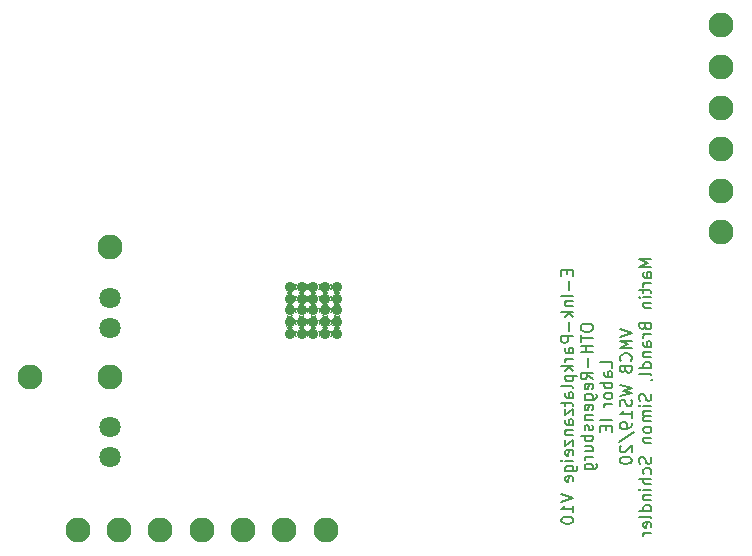
<source format=gbs>
G04 #@! TF.GenerationSoftware,KiCad,Pcbnew,(5.1.7)-1*
G04 #@! TF.CreationDate,2020-10-28T11:25:42+01:00*
G04 #@! TF.ProjectId,E-Ink,452d496e-6b2e-46b6-9963-61645f706362,rev?*
G04 #@! TF.SameCoordinates,Original*
G04 #@! TF.FileFunction,Soldermask,Bot*
G04 #@! TF.FilePolarity,Negative*
%FSLAX46Y46*%
G04 Gerber Fmt 4.6, Leading zero omitted, Abs format (unit mm)*
G04 Created by KiCad (PCBNEW (5.1.7)-1) date 2020-10-28 11:25:42*
%MOMM*%
%LPD*%
G01*
G04 APERTURE LIST*
%ADD10C,0.150000*%
%ADD11C,2.122000*%
%ADD12C,0.902000*%
%ADD13C,1.802000*%
%ADD14C,0.100000*%
G04 APERTURE END LIST*
D10*
X149728571Y-75529523D02*
X149728571Y-75862857D01*
X150252380Y-76005714D02*
X150252380Y-75529523D01*
X149252380Y-75529523D01*
X149252380Y-76005714D01*
X149871428Y-76434285D02*
X149871428Y-77196190D01*
X150252380Y-77672380D02*
X149252380Y-77672380D01*
X149585714Y-78148571D02*
X150252380Y-78148571D01*
X149680952Y-78148571D02*
X149633333Y-78196190D01*
X149585714Y-78291428D01*
X149585714Y-78434285D01*
X149633333Y-78529523D01*
X149728571Y-78577142D01*
X150252380Y-78577142D01*
X150252380Y-79053333D02*
X149252380Y-79053333D01*
X149871428Y-79148571D02*
X150252380Y-79434285D01*
X149585714Y-79434285D02*
X149966666Y-79053333D01*
X149871428Y-79862857D02*
X149871428Y-80624761D01*
X150252380Y-81100952D02*
X149252380Y-81100952D01*
X149252380Y-81481904D01*
X149300000Y-81577142D01*
X149347619Y-81624761D01*
X149442857Y-81672380D01*
X149585714Y-81672380D01*
X149680952Y-81624761D01*
X149728571Y-81577142D01*
X149776190Y-81481904D01*
X149776190Y-81100952D01*
X150252380Y-82529523D02*
X149728571Y-82529523D01*
X149633333Y-82481904D01*
X149585714Y-82386666D01*
X149585714Y-82196190D01*
X149633333Y-82100952D01*
X150204761Y-82529523D02*
X150252380Y-82434285D01*
X150252380Y-82196190D01*
X150204761Y-82100952D01*
X150109523Y-82053333D01*
X150014285Y-82053333D01*
X149919047Y-82100952D01*
X149871428Y-82196190D01*
X149871428Y-82434285D01*
X149823809Y-82529523D01*
X150252380Y-83005714D02*
X149585714Y-83005714D01*
X149776190Y-83005714D02*
X149680952Y-83053333D01*
X149633333Y-83100952D01*
X149585714Y-83196190D01*
X149585714Y-83291428D01*
X150252380Y-83624761D02*
X149252380Y-83624761D01*
X149871428Y-83720000D02*
X150252380Y-84005714D01*
X149585714Y-84005714D02*
X149966666Y-83624761D01*
X149585714Y-84434285D02*
X150585714Y-84434285D01*
X149633333Y-84434285D02*
X149585714Y-84529523D01*
X149585714Y-84720000D01*
X149633333Y-84815238D01*
X149680952Y-84862857D01*
X149776190Y-84910476D01*
X150061904Y-84910476D01*
X150157142Y-84862857D01*
X150204761Y-84815238D01*
X150252380Y-84720000D01*
X150252380Y-84529523D01*
X150204761Y-84434285D01*
X150252380Y-85481904D02*
X150204761Y-85386666D01*
X150109523Y-85339047D01*
X149252380Y-85339047D01*
X150252380Y-86291428D02*
X149728571Y-86291428D01*
X149633333Y-86243809D01*
X149585714Y-86148571D01*
X149585714Y-85958095D01*
X149633333Y-85862857D01*
X150204761Y-86291428D02*
X150252380Y-86196190D01*
X150252380Y-85958095D01*
X150204761Y-85862857D01*
X150109523Y-85815238D01*
X150014285Y-85815238D01*
X149919047Y-85862857D01*
X149871428Y-85958095D01*
X149871428Y-86196190D01*
X149823809Y-86291428D01*
X149585714Y-86624761D02*
X149585714Y-87005714D01*
X149252380Y-86767619D02*
X150109523Y-86767619D01*
X150204761Y-86815238D01*
X150252380Y-86910476D01*
X150252380Y-87005714D01*
X149585714Y-87243809D02*
X149585714Y-87767619D01*
X150252380Y-87243809D01*
X150252380Y-87767619D01*
X150252380Y-88577142D02*
X149728571Y-88577142D01*
X149633333Y-88529523D01*
X149585714Y-88434285D01*
X149585714Y-88243809D01*
X149633333Y-88148571D01*
X150204761Y-88577142D02*
X150252380Y-88481904D01*
X150252380Y-88243809D01*
X150204761Y-88148571D01*
X150109523Y-88100952D01*
X150014285Y-88100952D01*
X149919047Y-88148571D01*
X149871428Y-88243809D01*
X149871428Y-88481904D01*
X149823809Y-88577142D01*
X149585714Y-89053333D02*
X150252380Y-89053333D01*
X149680952Y-89053333D02*
X149633333Y-89100952D01*
X149585714Y-89196190D01*
X149585714Y-89339047D01*
X149633333Y-89434285D01*
X149728571Y-89481904D01*
X150252380Y-89481904D01*
X149585714Y-89862857D02*
X149585714Y-90386666D01*
X150252380Y-89862857D01*
X150252380Y-90386666D01*
X150204761Y-91148571D02*
X150252380Y-91053333D01*
X150252380Y-90862857D01*
X150204761Y-90767619D01*
X150109523Y-90720000D01*
X149728571Y-90720000D01*
X149633333Y-90767619D01*
X149585714Y-90862857D01*
X149585714Y-91053333D01*
X149633333Y-91148571D01*
X149728571Y-91196190D01*
X149823809Y-91196190D01*
X149919047Y-90720000D01*
X150252380Y-91624761D02*
X149585714Y-91624761D01*
X149252380Y-91624761D02*
X149300000Y-91577142D01*
X149347619Y-91624761D01*
X149300000Y-91672380D01*
X149252380Y-91624761D01*
X149347619Y-91624761D01*
X149585714Y-92529523D02*
X150395238Y-92529523D01*
X150490476Y-92481904D01*
X150538095Y-92434285D01*
X150585714Y-92339047D01*
X150585714Y-92196190D01*
X150538095Y-92100952D01*
X150204761Y-92529523D02*
X150252380Y-92434285D01*
X150252380Y-92243809D01*
X150204761Y-92148571D01*
X150157142Y-92100952D01*
X150061904Y-92053333D01*
X149776190Y-92053333D01*
X149680952Y-92100952D01*
X149633333Y-92148571D01*
X149585714Y-92243809D01*
X149585714Y-92434285D01*
X149633333Y-92529523D01*
X150204761Y-93386666D02*
X150252380Y-93291428D01*
X150252380Y-93100952D01*
X150204761Y-93005714D01*
X150109523Y-92958095D01*
X149728571Y-92958095D01*
X149633333Y-93005714D01*
X149585714Y-93100952D01*
X149585714Y-93291428D01*
X149633333Y-93386666D01*
X149728571Y-93434285D01*
X149823809Y-93434285D01*
X149919047Y-92958095D01*
X149252380Y-94481904D02*
X150252380Y-94815238D01*
X149252380Y-95148571D01*
X150252380Y-96005714D02*
X150252380Y-95434285D01*
X150252380Y-95720000D02*
X149252380Y-95720000D01*
X149395238Y-95624761D01*
X149490476Y-95529523D01*
X149538095Y-95434285D01*
X149252380Y-96624761D02*
X149252380Y-96720000D01*
X149300000Y-96815238D01*
X149347619Y-96862857D01*
X149442857Y-96910476D01*
X149633333Y-96958095D01*
X149871428Y-96958095D01*
X150061904Y-96910476D01*
X150157142Y-96862857D01*
X150204761Y-96815238D01*
X150252380Y-96720000D01*
X150252380Y-96624761D01*
X150204761Y-96529523D01*
X150157142Y-96481904D01*
X150061904Y-96434285D01*
X149871428Y-96386666D01*
X149633333Y-96386666D01*
X149442857Y-96434285D01*
X149347619Y-96481904D01*
X149300000Y-96529523D01*
X149252380Y-96624761D01*
X150902380Y-80267619D02*
X150902380Y-80458095D01*
X150950000Y-80553333D01*
X151045238Y-80648571D01*
X151235714Y-80696190D01*
X151569047Y-80696190D01*
X151759523Y-80648571D01*
X151854761Y-80553333D01*
X151902380Y-80458095D01*
X151902380Y-80267619D01*
X151854761Y-80172380D01*
X151759523Y-80077142D01*
X151569047Y-80029523D01*
X151235714Y-80029523D01*
X151045238Y-80077142D01*
X150950000Y-80172380D01*
X150902380Y-80267619D01*
X150902380Y-80981904D02*
X150902380Y-81553333D01*
X151902380Y-81267619D02*
X150902380Y-81267619D01*
X151902380Y-81886666D02*
X150902380Y-81886666D01*
X151378571Y-81886666D02*
X151378571Y-82458095D01*
X151902380Y-82458095D02*
X150902380Y-82458095D01*
X151521428Y-82934285D02*
X151521428Y-83696190D01*
X151902380Y-84743809D02*
X151426190Y-84410476D01*
X151902380Y-84172380D02*
X150902380Y-84172380D01*
X150902380Y-84553333D01*
X150950000Y-84648571D01*
X150997619Y-84696190D01*
X151092857Y-84743809D01*
X151235714Y-84743809D01*
X151330952Y-84696190D01*
X151378571Y-84648571D01*
X151426190Y-84553333D01*
X151426190Y-84172380D01*
X151854761Y-85553333D02*
X151902380Y-85458095D01*
X151902380Y-85267619D01*
X151854761Y-85172380D01*
X151759523Y-85124761D01*
X151378571Y-85124761D01*
X151283333Y-85172380D01*
X151235714Y-85267619D01*
X151235714Y-85458095D01*
X151283333Y-85553333D01*
X151378571Y-85600952D01*
X151473809Y-85600952D01*
X151569047Y-85124761D01*
X151235714Y-86458095D02*
X152045238Y-86458095D01*
X152140476Y-86410476D01*
X152188095Y-86362857D01*
X152235714Y-86267619D01*
X152235714Y-86124761D01*
X152188095Y-86029523D01*
X151854761Y-86458095D02*
X151902380Y-86362857D01*
X151902380Y-86172380D01*
X151854761Y-86077142D01*
X151807142Y-86029523D01*
X151711904Y-85981904D01*
X151426190Y-85981904D01*
X151330952Y-86029523D01*
X151283333Y-86077142D01*
X151235714Y-86172380D01*
X151235714Y-86362857D01*
X151283333Y-86458095D01*
X151854761Y-87315238D02*
X151902380Y-87220000D01*
X151902380Y-87029523D01*
X151854761Y-86934285D01*
X151759523Y-86886666D01*
X151378571Y-86886666D01*
X151283333Y-86934285D01*
X151235714Y-87029523D01*
X151235714Y-87220000D01*
X151283333Y-87315238D01*
X151378571Y-87362857D01*
X151473809Y-87362857D01*
X151569047Y-86886666D01*
X151235714Y-87791428D02*
X151902380Y-87791428D01*
X151330952Y-87791428D02*
X151283333Y-87839047D01*
X151235714Y-87934285D01*
X151235714Y-88077142D01*
X151283333Y-88172380D01*
X151378571Y-88220000D01*
X151902380Y-88220000D01*
X151854761Y-88648571D02*
X151902380Y-88743809D01*
X151902380Y-88934285D01*
X151854761Y-89029523D01*
X151759523Y-89077142D01*
X151711904Y-89077142D01*
X151616666Y-89029523D01*
X151569047Y-88934285D01*
X151569047Y-88791428D01*
X151521428Y-88696190D01*
X151426190Y-88648571D01*
X151378571Y-88648571D01*
X151283333Y-88696190D01*
X151235714Y-88791428D01*
X151235714Y-88934285D01*
X151283333Y-89029523D01*
X151902380Y-89505714D02*
X150902380Y-89505714D01*
X151283333Y-89505714D02*
X151235714Y-89600952D01*
X151235714Y-89791428D01*
X151283333Y-89886666D01*
X151330952Y-89934285D01*
X151426190Y-89981904D01*
X151711904Y-89981904D01*
X151807142Y-89934285D01*
X151854761Y-89886666D01*
X151902380Y-89791428D01*
X151902380Y-89600952D01*
X151854761Y-89505714D01*
X151235714Y-90839047D02*
X151902380Y-90839047D01*
X151235714Y-90410476D02*
X151759523Y-90410476D01*
X151854761Y-90458095D01*
X151902380Y-90553333D01*
X151902380Y-90696190D01*
X151854761Y-90791428D01*
X151807142Y-90839047D01*
X151902380Y-91315238D02*
X151235714Y-91315238D01*
X151426190Y-91315238D02*
X151330952Y-91362857D01*
X151283333Y-91410476D01*
X151235714Y-91505714D01*
X151235714Y-91600952D01*
X151235714Y-92362857D02*
X152045238Y-92362857D01*
X152140476Y-92315238D01*
X152188095Y-92267619D01*
X152235714Y-92172380D01*
X152235714Y-92029523D01*
X152188095Y-91934285D01*
X151854761Y-92362857D02*
X151902380Y-92267619D01*
X151902380Y-92077142D01*
X151854761Y-91981904D01*
X151807142Y-91934285D01*
X151711904Y-91886666D01*
X151426190Y-91886666D01*
X151330952Y-91934285D01*
X151283333Y-91981904D01*
X151235714Y-92077142D01*
X151235714Y-92267619D01*
X151283333Y-92362857D01*
X153552380Y-83791428D02*
X153552380Y-83315238D01*
X152552380Y-83315238D01*
X153552380Y-84553333D02*
X153028571Y-84553333D01*
X152933333Y-84505714D01*
X152885714Y-84410476D01*
X152885714Y-84220000D01*
X152933333Y-84124761D01*
X153504761Y-84553333D02*
X153552380Y-84458095D01*
X153552380Y-84220000D01*
X153504761Y-84124761D01*
X153409523Y-84077142D01*
X153314285Y-84077142D01*
X153219047Y-84124761D01*
X153171428Y-84220000D01*
X153171428Y-84458095D01*
X153123809Y-84553333D01*
X153552380Y-85029523D02*
X152552380Y-85029523D01*
X152933333Y-85029523D02*
X152885714Y-85124761D01*
X152885714Y-85315238D01*
X152933333Y-85410476D01*
X152980952Y-85458095D01*
X153076190Y-85505714D01*
X153361904Y-85505714D01*
X153457142Y-85458095D01*
X153504761Y-85410476D01*
X153552380Y-85315238D01*
X153552380Y-85124761D01*
X153504761Y-85029523D01*
X153552380Y-86077142D02*
X153504761Y-85981904D01*
X153457142Y-85934285D01*
X153361904Y-85886666D01*
X153076190Y-85886666D01*
X152980952Y-85934285D01*
X152933333Y-85981904D01*
X152885714Y-86077142D01*
X152885714Y-86220000D01*
X152933333Y-86315238D01*
X152980952Y-86362857D01*
X153076190Y-86410476D01*
X153361904Y-86410476D01*
X153457142Y-86362857D01*
X153504761Y-86315238D01*
X153552380Y-86220000D01*
X153552380Y-86077142D01*
X153552380Y-86839047D02*
X152885714Y-86839047D01*
X153076190Y-86839047D02*
X152980952Y-86886666D01*
X152933333Y-86934285D01*
X152885714Y-87029523D01*
X152885714Y-87124761D01*
X153552380Y-88220000D02*
X152552380Y-88220000D01*
X153028571Y-88696190D02*
X153028571Y-89029523D01*
X153552380Y-89172380D02*
X153552380Y-88696190D01*
X152552380Y-88696190D01*
X152552380Y-89172380D01*
X154202380Y-80458095D02*
X155202380Y-80791428D01*
X154202380Y-81124761D01*
X155202380Y-81458095D02*
X154202380Y-81458095D01*
X154916666Y-81791428D01*
X154202380Y-82124761D01*
X155202380Y-82124761D01*
X155107142Y-83172380D02*
X155154761Y-83124761D01*
X155202380Y-82981904D01*
X155202380Y-82886666D01*
X155154761Y-82743809D01*
X155059523Y-82648571D01*
X154964285Y-82600952D01*
X154773809Y-82553333D01*
X154630952Y-82553333D01*
X154440476Y-82600952D01*
X154345238Y-82648571D01*
X154250000Y-82743809D01*
X154202380Y-82886666D01*
X154202380Y-82981904D01*
X154250000Y-83124761D01*
X154297619Y-83172380D01*
X154678571Y-83934285D02*
X154726190Y-84077142D01*
X154773809Y-84124761D01*
X154869047Y-84172380D01*
X155011904Y-84172380D01*
X155107142Y-84124761D01*
X155154761Y-84077142D01*
X155202380Y-83981904D01*
X155202380Y-83600952D01*
X154202380Y-83600952D01*
X154202380Y-83934285D01*
X154250000Y-84029523D01*
X154297619Y-84077142D01*
X154392857Y-84124761D01*
X154488095Y-84124761D01*
X154583333Y-84077142D01*
X154630952Y-84029523D01*
X154678571Y-83934285D01*
X154678571Y-83600952D01*
X154202380Y-85267619D02*
X155202380Y-85505714D01*
X154488095Y-85696190D01*
X155202380Y-85886666D01*
X154202380Y-86124761D01*
X155154761Y-86458095D02*
X155202380Y-86600952D01*
X155202380Y-86839047D01*
X155154761Y-86934285D01*
X155107142Y-86981904D01*
X155011904Y-87029523D01*
X154916666Y-87029523D01*
X154821428Y-86981904D01*
X154773809Y-86934285D01*
X154726190Y-86839047D01*
X154678571Y-86648571D01*
X154630952Y-86553333D01*
X154583333Y-86505714D01*
X154488095Y-86458095D01*
X154392857Y-86458095D01*
X154297619Y-86505714D01*
X154250000Y-86553333D01*
X154202380Y-86648571D01*
X154202380Y-86886666D01*
X154250000Y-87029523D01*
X155202380Y-87981904D02*
X155202380Y-87410476D01*
X155202380Y-87696190D02*
X154202380Y-87696190D01*
X154345238Y-87600952D01*
X154440476Y-87505714D01*
X154488095Y-87410476D01*
X155202380Y-88458095D02*
X155202380Y-88648571D01*
X155154761Y-88743809D01*
X155107142Y-88791428D01*
X154964285Y-88886666D01*
X154773809Y-88934285D01*
X154392857Y-88934285D01*
X154297619Y-88886666D01*
X154250000Y-88839047D01*
X154202380Y-88743809D01*
X154202380Y-88553333D01*
X154250000Y-88458095D01*
X154297619Y-88410476D01*
X154392857Y-88362857D01*
X154630952Y-88362857D01*
X154726190Y-88410476D01*
X154773809Y-88458095D01*
X154821428Y-88553333D01*
X154821428Y-88743809D01*
X154773809Y-88839047D01*
X154726190Y-88886666D01*
X154630952Y-88934285D01*
X154154761Y-90077142D02*
X155440476Y-89220000D01*
X154297619Y-90362857D02*
X154250000Y-90410476D01*
X154202380Y-90505714D01*
X154202380Y-90743809D01*
X154250000Y-90839047D01*
X154297619Y-90886666D01*
X154392857Y-90934285D01*
X154488095Y-90934285D01*
X154630952Y-90886666D01*
X155202380Y-90315238D01*
X155202380Y-90934285D01*
X154202380Y-91553333D02*
X154202380Y-91648571D01*
X154250000Y-91743809D01*
X154297619Y-91791428D01*
X154392857Y-91839047D01*
X154583333Y-91886666D01*
X154821428Y-91886666D01*
X155011904Y-91839047D01*
X155107142Y-91791428D01*
X155154761Y-91743809D01*
X155202380Y-91648571D01*
X155202380Y-91553333D01*
X155154761Y-91458095D01*
X155107142Y-91410476D01*
X155011904Y-91362857D01*
X154821428Y-91315238D01*
X154583333Y-91315238D01*
X154392857Y-91362857D01*
X154297619Y-91410476D01*
X154250000Y-91458095D01*
X154202380Y-91553333D01*
X156852380Y-74553333D02*
X155852380Y-74553333D01*
X156566666Y-74886666D01*
X155852380Y-75220000D01*
X156852380Y-75220000D01*
X156852380Y-76124761D02*
X156328571Y-76124761D01*
X156233333Y-76077142D01*
X156185714Y-75981904D01*
X156185714Y-75791428D01*
X156233333Y-75696190D01*
X156804761Y-76124761D02*
X156852380Y-76029523D01*
X156852380Y-75791428D01*
X156804761Y-75696190D01*
X156709523Y-75648571D01*
X156614285Y-75648571D01*
X156519047Y-75696190D01*
X156471428Y-75791428D01*
X156471428Y-76029523D01*
X156423809Y-76124761D01*
X156852380Y-76600952D02*
X156185714Y-76600952D01*
X156376190Y-76600952D02*
X156280952Y-76648571D01*
X156233333Y-76696190D01*
X156185714Y-76791428D01*
X156185714Y-76886666D01*
X156185714Y-77077142D02*
X156185714Y-77458095D01*
X155852380Y-77220000D02*
X156709523Y-77220000D01*
X156804761Y-77267619D01*
X156852380Y-77362857D01*
X156852380Y-77458095D01*
X156852380Y-77791428D02*
X156185714Y-77791428D01*
X155852380Y-77791428D02*
X155900000Y-77743809D01*
X155947619Y-77791428D01*
X155900000Y-77839047D01*
X155852380Y-77791428D01*
X155947619Y-77791428D01*
X156185714Y-78267619D02*
X156852380Y-78267619D01*
X156280952Y-78267619D02*
X156233333Y-78315238D01*
X156185714Y-78410476D01*
X156185714Y-78553333D01*
X156233333Y-78648571D01*
X156328571Y-78696190D01*
X156852380Y-78696190D01*
X156328571Y-80267619D02*
X156376190Y-80410476D01*
X156423809Y-80458095D01*
X156519047Y-80505714D01*
X156661904Y-80505714D01*
X156757142Y-80458095D01*
X156804761Y-80410476D01*
X156852380Y-80315238D01*
X156852380Y-79934285D01*
X155852380Y-79934285D01*
X155852380Y-80267619D01*
X155900000Y-80362857D01*
X155947619Y-80410476D01*
X156042857Y-80458095D01*
X156138095Y-80458095D01*
X156233333Y-80410476D01*
X156280952Y-80362857D01*
X156328571Y-80267619D01*
X156328571Y-79934285D01*
X156852380Y-80934285D02*
X156185714Y-80934285D01*
X156376190Y-80934285D02*
X156280952Y-80981904D01*
X156233333Y-81029523D01*
X156185714Y-81124761D01*
X156185714Y-81220000D01*
X156852380Y-81981904D02*
X156328571Y-81981904D01*
X156233333Y-81934285D01*
X156185714Y-81839047D01*
X156185714Y-81648571D01*
X156233333Y-81553333D01*
X156804761Y-81981904D02*
X156852380Y-81886666D01*
X156852380Y-81648571D01*
X156804761Y-81553333D01*
X156709523Y-81505714D01*
X156614285Y-81505714D01*
X156519047Y-81553333D01*
X156471428Y-81648571D01*
X156471428Y-81886666D01*
X156423809Y-81981904D01*
X156185714Y-82458095D02*
X156852380Y-82458095D01*
X156280952Y-82458095D02*
X156233333Y-82505714D01*
X156185714Y-82600952D01*
X156185714Y-82743809D01*
X156233333Y-82839047D01*
X156328571Y-82886666D01*
X156852380Y-82886666D01*
X156852380Y-83791428D02*
X155852380Y-83791428D01*
X156804761Y-83791428D02*
X156852380Y-83696190D01*
X156852380Y-83505714D01*
X156804761Y-83410476D01*
X156757142Y-83362857D01*
X156661904Y-83315238D01*
X156376190Y-83315238D01*
X156280952Y-83362857D01*
X156233333Y-83410476D01*
X156185714Y-83505714D01*
X156185714Y-83696190D01*
X156233333Y-83791428D01*
X156852380Y-84410476D02*
X156804761Y-84315238D01*
X156709523Y-84267619D01*
X155852380Y-84267619D01*
X156804761Y-84839047D02*
X156852380Y-84839047D01*
X156947619Y-84791428D01*
X156995238Y-84743809D01*
X156804761Y-85981904D02*
X156852380Y-86124761D01*
X156852380Y-86362857D01*
X156804761Y-86458095D01*
X156757142Y-86505714D01*
X156661904Y-86553333D01*
X156566666Y-86553333D01*
X156471428Y-86505714D01*
X156423809Y-86458095D01*
X156376190Y-86362857D01*
X156328571Y-86172380D01*
X156280952Y-86077142D01*
X156233333Y-86029523D01*
X156138095Y-85981904D01*
X156042857Y-85981904D01*
X155947619Y-86029523D01*
X155900000Y-86077142D01*
X155852380Y-86172380D01*
X155852380Y-86410476D01*
X155900000Y-86553333D01*
X156852380Y-86981904D02*
X156185714Y-86981904D01*
X155852380Y-86981904D02*
X155900000Y-86934285D01*
X155947619Y-86981904D01*
X155900000Y-87029523D01*
X155852380Y-86981904D01*
X155947619Y-86981904D01*
X156852380Y-87458095D02*
X156185714Y-87458095D01*
X156280952Y-87458095D02*
X156233333Y-87505714D01*
X156185714Y-87600952D01*
X156185714Y-87743809D01*
X156233333Y-87839047D01*
X156328571Y-87886666D01*
X156852380Y-87886666D01*
X156328571Y-87886666D02*
X156233333Y-87934285D01*
X156185714Y-88029523D01*
X156185714Y-88172380D01*
X156233333Y-88267619D01*
X156328571Y-88315238D01*
X156852380Y-88315238D01*
X156852380Y-88934285D02*
X156804761Y-88839047D01*
X156757142Y-88791428D01*
X156661904Y-88743809D01*
X156376190Y-88743809D01*
X156280952Y-88791428D01*
X156233333Y-88839047D01*
X156185714Y-88934285D01*
X156185714Y-89077142D01*
X156233333Y-89172380D01*
X156280952Y-89220000D01*
X156376190Y-89267619D01*
X156661904Y-89267619D01*
X156757142Y-89220000D01*
X156804761Y-89172380D01*
X156852380Y-89077142D01*
X156852380Y-88934285D01*
X156185714Y-89696190D02*
X156852380Y-89696190D01*
X156280952Y-89696190D02*
X156233333Y-89743809D01*
X156185714Y-89839047D01*
X156185714Y-89981904D01*
X156233333Y-90077142D01*
X156328571Y-90124761D01*
X156852380Y-90124761D01*
X156804761Y-91315238D02*
X156852380Y-91458095D01*
X156852380Y-91696190D01*
X156804761Y-91791428D01*
X156757142Y-91839047D01*
X156661904Y-91886666D01*
X156566666Y-91886666D01*
X156471428Y-91839047D01*
X156423809Y-91791428D01*
X156376190Y-91696190D01*
X156328571Y-91505714D01*
X156280952Y-91410476D01*
X156233333Y-91362857D01*
X156138095Y-91315238D01*
X156042857Y-91315238D01*
X155947619Y-91362857D01*
X155900000Y-91410476D01*
X155852380Y-91505714D01*
X155852380Y-91743809D01*
X155900000Y-91886666D01*
X156804761Y-92743809D02*
X156852380Y-92648571D01*
X156852380Y-92458095D01*
X156804761Y-92362857D01*
X156757142Y-92315238D01*
X156661904Y-92267619D01*
X156376190Y-92267619D01*
X156280952Y-92315238D01*
X156233333Y-92362857D01*
X156185714Y-92458095D01*
X156185714Y-92648571D01*
X156233333Y-92743809D01*
X156852380Y-93172380D02*
X155852380Y-93172380D01*
X156852380Y-93600952D02*
X156328571Y-93600952D01*
X156233333Y-93553333D01*
X156185714Y-93458095D01*
X156185714Y-93315238D01*
X156233333Y-93220000D01*
X156280952Y-93172380D01*
X156852380Y-94077142D02*
X156185714Y-94077142D01*
X155852380Y-94077142D02*
X155900000Y-94029523D01*
X155947619Y-94077142D01*
X155900000Y-94124761D01*
X155852380Y-94077142D01*
X155947619Y-94077142D01*
X156185714Y-94553333D02*
X156852380Y-94553333D01*
X156280952Y-94553333D02*
X156233333Y-94600952D01*
X156185714Y-94696190D01*
X156185714Y-94839047D01*
X156233333Y-94934285D01*
X156328571Y-94981904D01*
X156852380Y-94981904D01*
X156852380Y-95886666D02*
X155852380Y-95886666D01*
X156804761Y-95886666D02*
X156852380Y-95791428D01*
X156852380Y-95600952D01*
X156804761Y-95505714D01*
X156757142Y-95458095D01*
X156661904Y-95410476D01*
X156376190Y-95410476D01*
X156280952Y-95458095D01*
X156233333Y-95505714D01*
X156185714Y-95600952D01*
X156185714Y-95791428D01*
X156233333Y-95886666D01*
X156852380Y-96505714D02*
X156804761Y-96410476D01*
X156709523Y-96362857D01*
X155852380Y-96362857D01*
X156804761Y-97267619D02*
X156852380Y-97172380D01*
X156852380Y-96981904D01*
X156804761Y-96886666D01*
X156709523Y-96839047D01*
X156328571Y-96839047D01*
X156233333Y-96886666D01*
X156185714Y-96981904D01*
X156185714Y-97172380D01*
X156233333Y-97267619D01*
X156328571Y-97315238D01*
X156423809Y-97315238D01*
X156519047Y-96839047D01*
X156852380Y-97743809D02*
X156185714Y-97743809D01*
X156376190Y-97743809D02*
X156280952Y-97791428D01*
X156233333Y-97839047D01*
X156185714Y-97934285D01*
X156185714Y-98029523D01*
X149728571Y-75529523D02*
X149728571Y-75862857D01*
X150252380Y-76005714D02*
X150252380Y-75529523D01*
X149252380Y-75529523D01*
X149252380Y-76005714D01*
X149871428Y-76434285D02*
X149871428Y-77196190D01*
X150252380Y-77672380D02*
X149252380Y-77672380D01*
X149585714Y-78148571D02*
X150252380Y-78148571D01*
X149680952Y-78148571D02*
X149633333Y-78196190D01*
X149585714Y-78291428D01*
X149585714Y-78434285D01*
X149633333Y-78529523D01*
X149728571Y-78577142D01*
X150252380Y-78577142D01*
X150252380Y-79053333D02*
X149252380Y-79053333D01*
X149871428Y-79148571D02*
X150252380Y-79434285D01*
X149585714Y-79434285D02*
X149966666Y-79053333D01*
X149871428Y-79862857D02*
X149871428Y-80624761D01*
X150252380Y-81100952D02*
X149252380Y-81100952D01*
X149252380Y-81481904D01*
X149300000Y-81577142D01*
X149347619Y-81624761D01*
X149442857Y-81672380D01*
X149585714Y-81672380D01*
X149680952Y-81624761D01*
X149728571Y-81577142D01*
X149776190Y-81481904D01*
X149776190Y-81100952D01*
X150252380Y-82529523D02*
X149728571Y-82529523D01*
X149633333Y-82481904D01*
X149585714Y-82386666D01*
X149585714Y-82196190D01*
X149633333Y-82100952D01*
X150204761Y-82529523D02*
X150252380Y-82434285D01*
X150252380Y-82196190D01*
X150204761Y-82100952D01*
X150109523Y-82053333D01*
X150014285Y-82053333D01*
X149919047Y-82100952D01*
X149871428Y-82196190D01*
X149871428Y-82434285D01*
X149823809Y-82529523D01*
X150252380Y-83005714D02*
X149585714Y-83005714D01*
X149776190Y-83005714D02*
X149680952Y-83053333D01*
X149633333Y-83100952D01*
X149585714Y-83196190D01*
X149585714Y-83291428D01*
X150252380Y-83624761D02*
X149252380Y-83624761D01*
X149871428Y-83720000D02*
X150252380Y-84005714D01*
X149585714Y-84005714D02*
X149966666Y-83624761D01*
X149585714Y-84434285D02*
X150585714Y-84434285D01*
X149633333Y-84434285D02*
X149585714Y-84529523D01*
X149585714Y-84720000D01*
X149633333Y-84815238D01*
X149680952Y-84862857D01*
X149776190Y-84910476D01*
X150061904Y-84910476D01*
X150157142Y-84862857D01*
X150204761Y-84815238D01*
X150252380Y-84720000D01*
X150252380Y-84529523D01*
X150204761Y-84434285D01*
X150252380Y-85481904D02*
X150204761Y-85386666D01*
X150109523Y-85339047D01*
X149252380Y-85339047D01*
X150252380Y-86291428D02*
X149728571Y-86291428D01*
X149633333Y-86243809D01*
X149585714Y-86148571D01*
X149585714Y-85958095D01*
X149633333Y-85862857D01*
X150204761Y-86291428D02*
X150252380Y-86196190D01*
X150252380Y-85958095D01*
X150204761Y-85862857D01*
X150109523Y-85815238D01*
X150014285Y-85815238D01*
X149919047Y-85862857D01*
X149871428Y-85958095D01*
X149871428Y-86196190D01*
X149823809Y-86291428D01*
X149585714Y-86624761D02*
X149585714Y-87005714D01*
X149252380Y-86767619D02*
X150109523Y-86767619D01*
X150204761Y-86815238D01*
X150252380Y-86910476D01*
X150252380Y-87005714D01*
X149585714Y-87243809D02*
X149585714Y-87767619D01*
X150252380Y-87243809D01*
X150252380Y-87767619D01*
X150252380Y-88577142D02*
X149728571Y-88577142D01*
X149633333Y-88529523D01*
X149585714Y-88434285D01*
X149585714Y-88243809D01*
X149633333Y-88148571D01*
X150204761Y-88577142D02*
X150252380Y-88481904D01*
X150252380Y-88243809D01*
X150204761Y-88148571D01*
X150109523Y-88100952D01*
X150014285Y-88100952D01*
X149919047Y-88148571D01*
X149871428Y-88243809D01*
X149871428Y-88481904D01*
X149823809Y-88577142D01*
X149585714Y-89053333D02*
X150252380Y-89053333D01*
X149680952Y-89053333D02*
X149633333Y-89100952D01*
X149585714Y-89196190D01*
X149585714Y-89339047D01*
X149633333Y-89434285D01*
X149728571Y-89481904D01*
X150252380Y-89481904D01*
X149585714Y-89862857D02*
X149585714Y-90386666D01*
X150252380Y-89862857D01*
X150252380Y-90386666D01*
X150204761Y-91148571D02*
X150252380Y-91053333D01*
X150252380Y-90862857D01*
X150204761Y-90767619D01*
X150109523Y-90720000D01*
X149728571Y-90720000D01*
X149633333Y-90767619D01*
X149585714Y-90862857D01*
X149585714Y-91053333D01*
X149633333Y-91148571D01*
X149728571Y-91196190D01*
X149823809Y-91196190D01*
X149919047Y-90720000D01*
X150252380Y-91624761D02*
X149585714Y-91624761D01*
X149252380Y-91624761D02*
X149300000Y-91577142D01*
X149347619Y-91624761D01*
X149300000Y-91672380D01*
X149252380Y-91624761D01*
X149347619Y-91624761D01*
X149585714Y-92529523D02*
X150395238Y-92529523D01*
X150490476Y-92481904D01*
X150538095Y-92434285D01*
X150585714Y-92339047D01*
X150585714Y-92196190D01*
X150538095Y-92100952D01*
X150204761Y-92529523D02*
X150252380Y-92434285D01*
X150252380Y-92243809D01*
X150204761Y-92148571D01*
X150157142Y-92100952D01*
X150061904Y-92053333D01*
X149776190Y-92053333D01*
X149680952Y-92100952D01*
X149633333Y-92148571D01*
X149585714Y-92243809D01*
X149585714Y-92434285D01*
X149633333Y-92529523D01*
X150204761Y-93386666D02*
X150252380Y-93291428D01*
X150252380Y-93100952D01*
X150204761Y-93005714D01*
X150109523Y-92958095D01*
X149728571Y-92958095D01*
X149633333Y-93005714D01*
X149585714Y-93100952D01*
X149585714Y-93291428D01*
X149633333Y-93386666D01*
X149728571Y-93434285D01*
X149823809Y-93434285D01*
X149919047Y-92958095D01*
X149252380Y-94481904D02*
X150252380Y-94815238D01*
X149252380Y-95148571D01*
X150252380Y-96005714D02*
X150252380Y-95434285D01*
X150252380Y-95720000D02*
X149252380Y-95720000D01*
X149395238Y-95624761D01*
X149490476Y-95529523D01*
X149538095Y-95434285D01*
X149252380Y-96624761D02*
X149252380Y-96720000D01*
X149300000Y-96815238D01*
X149347619Y-96862857D01*
X149442857Y-96910476D01*
X149633333Y-96958095D01*
X149871428Y-96958095D01*
X150061904Y-96910476D01*
X150157142Y-96862857D01*
X150204761Y-96815238D01*
X150252380Y-96720000D01*
X150252380Y-96624761D01*
X150204761Y-96529523D01*
X150157142Y-96481904D01*
X150061904Y-96434285D01*
X149871428Y-96386666D01*
X149633333Y-96386666D01*
X149442857Y-96434285D01*
X149347619Y-96481904D01*
X149300000Y-96529523D01*
X149252380Y-96624761D01*
X150902380Y-80267619D02*
X150902380Y-80458095D01*
X150950000Y-80553333D01*
X151045238Y-80648571D01*
X151235714Y-80696190D01*
X151569047Y-80696190D01*
X151759523Y-80648571D01*
X151854761Y-80553333D01*
X151902380Y-80458095D01*
X151902380Y-80267619D01*
X151854761Y-80172380D01*
X151759523Y-80077142D01*
X151569047Y-80029523D01*
X151235714Y-80029523D01*
X151045238Y-80077142D01*
X150950000Y-80172380D01*
X150902380Y-80267619D01*
X150902380Y-80981904D02*
X150902380Y-81553333D01*
X151902380Y-81267619D02*
X150902380Y-81267619D01*
X151902380Y-81886666D02*
X150902380Y-81886666D01*
X151378571Y-81886666D02*
X151378571Y-82458095D01*
X151902380Y-82458095D02*
X150902380Y-82458095D01*
X151521428Y-82934285D02*
X151521428Y-83696190D01*
X151902380Y-84743809D02*
X151426190Y-84410476D01*
X151902380Y-84172380D02*
X150902380Y-84172380D01*
X150902380Y-84553333D01*
X150950000Y-84648571D01*
X150997619Y-84696190D01*
X151092857Y-84743809D01*
X151235714Y-84743809D01*
X151330952Y-84696190D01*
X151378571Y-84648571D01*
X151426190Y-84553333D01*
X151426190Y-84172380D01*
X151854761Y-85553333D02*
X151902380Y-85458095D01*
X151902380Y-85267619D01*
X151854761Y-85172380D01*
X151759523Y-85124761D01*
X151378571Y-85124761D01*
X151283333Y-85172380D01*
X151235714Y-85267619D01*
X151235714Y-85458095D01*
X151283333Y-85553333D01*
X151378571Y-85600952D01*
X151473809Y-85600952D01*
X151569047Y-85124761D01*
X151235714Y-86458095D02*
X152045238Y-86458095D01*
X152140476Y-86410476D01*
X152188095Y-86362857D01*
X152235714Y-86267619D01*
X152235714Y-86124761D01*
X152188095Y-86029523D01*
X151854761Y-86458095D02*
X151902380Y-86362857D01*
X151902380Y-86172380D01*
X151854761Y-86077142D01*
X151807142Y-86029523D01*
X151711904Y-85981904D01*
X151426190Y-85981904D01*
X151330952Y-86029523D01*
X151283333Y-86077142D01*
X151235714Y-86172380D01*
X151235714Y-86362857D01*
X151283333Y-86458095D01*
X151854761Y-87315238D02*
X151902380Y-87220000D01*
X151902380Y-87029523D01*
X151854761Y-86934285D01*
X151759523Y-86886666D01*
X151378571Y-86886666D01*
X151283333Y-86934285D01*
X151235714Y-87029523D01*
X151235714Y-87220000D01*
X151283333Y-87315238D01*
X151378571Y-87362857D01*
X151473809Y-87362857D01*
X151569047Y-86886666D01*
X151235714Y-87791428D02*
X151902380Y-87791428D01*
X151330952Y-87791428D02*
X151283333Y-87839047D01*
X151235714Y-87934285D01*
X151235714Y-88077142D01*
X151283333Y-88172380D01*
X151378571Y-88220000D01*
X151902380Y-88220000D01*
X151854761Y-88648571D02*
X151902380Y-88743809D01*
X151902380Y-88934285D01*
X151854761Y-89029523D01*
X151759523Y-89077142D01*
X151711904Y-89077142D01*
X151616666Y-89029523D01*
X151569047Y-88934285D01*
X151569047Y-88791428D01*
X151521428Y-88696190D01*
X151426190Y-88648571D01*
X151378571Y-88648571D01*
X151283333Y-88696190D01*
X151235714Y-88791428D01*
X151235714Y-88934285D01*
X151283333Y-89029523D01*
X151902380Y-89505714D02*
X150902380Y-89505714D01*
X151283333Y-89505714D02*
X151235714Y-89600952D01*
X151235714Y-89791428D01*
X151283333Y-89886666D01*
X151330952Y-89934285D01*
X151426190Y-89981904D01*
X151711904Y-89981904D01*
X151807142Y-89934285D01*
X151854761Y-89886666D01*
X151902380Y-89791428D01*
X151902380Y-89600952D01*
X151854761Y-89505714D01*
X151235714Y-90839047D02*
X151902380Y-90839047D01*
X151235714Y-90410476D02*
X151759523Y-90410476D01*
X151854761Y-90458095D01*
X151902380Y-90553333D01*
X151902380Y-90696190D01*
X151854761Y-90791428D01*
X151807142Y-90839047D01*
X151902380Y-91315238D02*
X151235714Y-91315238D01*
X151426190Y-91315238D02*
X151330952Y-91362857D01*
X151283333Y-91410476D01*
X151235714Y-91505714D01*
X151235714Y-91600952D01*
X151235714Y-92362857D02*
X152045238Y-92362857D01*
X152140476Y-92315238D01*
X152188095Y-92267619D01*
X152235714Y-92172380D01*
X152235714Y-92029523D01*
X152188095Y-91934285D01*
X151854761Y-92362857D02*
X151902380Y-92267619D01*
X151902380Y-92077142D01*
X151854761Y-91981904D01*
X151807142Y-91934285D01*
X151711904Y-91886666D01*
X151426190Y-91886666D01*
X151330952Y-91934285D01*
X151283333Y-91981904D01*
X151235714Y-92077142D01*
X151235714Y-92267619D01*
X151283333Y-92362857D01*
X153552380Y-83791428D02*
X153552380Y-83315238D01*
X152552380Y-83315238D01*
X153552380Y-84553333D02*
X153028571Y-84553333D01*
X152933333Y-84505714D01*
X152885714Y-84410476D01*
X152885714Y-84220000D01*
X152933333Y-84124761D01*
X153504761Y-84553333D02*
X153552380Y-84458095D01*
X153552380Y-84220000D01*
X153504761Y-84124761D01*
X153409523Y-84077142D01*
X153314285Y-84077142D01*
X153219047Y-84124761D01*
X153171428Y-84220000D01*
X153171428Y-84458095D01*
X153123809Y-84553333D01*
X153552380Y-85029523D02*
X152552380Y-85029523D01*
X152933333Y-85029523D02*
X152885714Y-85124761D01*
X152885714Y-85315238D01*
X152933333Y-85410476D01*
X152980952Y-85458095D01*
X153076190Y-85505714D01*
X153361904Y-85505714D01*
X153457142Y-85458095D01*
X153504761Y-85410476D01*
X153552380Y-85315238D01*
X153552380Y-85124761D01*
X153504761Y-85029523D01*
X153552380Y-86077142D02*
X153504761Y-85981904D01*
X153457142Y-85934285D01*
X153361904Y-85886666D01*
X153076190Y-85886666D01*
X152980952Y-85934285D01*
X152933333Y-85981904D01*
X152885714Y-86077142D01*
X152885714Y-86220000D01*
X152933333Y-86315238D01*
X152980952Y-86362857D01*
X153076190Y-86410476D01*
X153361904Y-86410476D01*
X153457142Y-86362857D01*
X153504761Y-86315238D01*
X153552380Y-86220000D01*
X153552380Y-86077142D01*
X153552380Y-86839047D02*
X152885714Y-86839047D01*
X153076190Y-86839047D02*
X152980952Y-86886666D01*
X152933333Y-86934285D01*
X152885714Y-87029523D01*
X152885714Y-87124761D01*
X153552380Y-88220000D02*
X152552380Y-88220000D01*
X153028571Y-88696190D02*
X153028571Y-89029523D01*
X153552380Y-89172380D02*
X153552380Y-88696190D01*
X152552380Y-88696190D01*
X152552380Y-89172380D01*
X154202380Y-80458095D02*
X155202380Y-80791428D01*
X154202380Y-81124761D01*
X155202380Y-81458095D02*
X154202380Y-81458095D01*
X154916666Y-81791428D01*
X154202380Y-82124761D01*
X155202380Y-82124761D01*
X155107142Y-83172380D02*
X155154761Y-83124761D01*
X155202380Y-82981904D01*
X155202380Y-82886666D01*
X155154761Y-82743809D01*
X155059523Y-82648571D01*
X154964285Y-82600952D01*
X154773809Y-82553333D01*
X154630952Y-82553333D01*
X154440476Y-82600952D01*
X154345238Y-82648571D01*
X154250000Y-82743809D01*
X154202380Y-82886666D01*
X154202380Y-82981904D01*
X154250000Y-83124761D01*
X154297619Y-83172380D01*
X154678571Y-83934285D02*
X154726190Y-84077142D01*
X154773809Y-84124761D01*
X154869047Y-84172380D01*
X155011904Y-84172380D01*
X155107142Y-84124761D01*
X155154761Y-84077142D01*
X155202380Y-83981904D01*
X155202380Y-83600952D01*
X154202380Y-83600952D01*
X154202380Y-83934285D01*
X154250000Y-84029523D01*
X154297619Y-84077142D01*
X154392857Y-84124761D01*
X154488095Y-84124761D01*
X154583333Y-84077142D01*
X154630952Y-84029523D01*
X154678571Y-83934285D01*
X154678571Y-83600952D01*
X154202380Y-85267619D02*
X155202380Y-85505714D01*
X154488095Y-85696190D01*
X155202380Y-85886666D01*
X154202380Y-86124761D01*
X155154761Y-86458095D02*
X155202380Y-86600952D01*
X155202380Y-86839047D01*
X155154761Y-86934285D01*
X155107142Y-86981904D01*
X155011904Y-87029523D01*
X154916666Y-87029523D01*
X154821428Y-86981904D01*
X154773809Y-86934285D01*
X154726190Y-86839047D01*
X154678571Y-86648571D01*
X154630952Y-86553333D01*
X154583333Y-86505714D01*
X154488095Y-86458095D01*
X154392857Y-86458095D01*
X154297619Y-86505714D01*
X154250000Y-86553333D01*
X154202380Y-86648571D01*
X154202380Y-86886666D01*
X154250000Y-87029523D01*
X155202380Y-87981904D02*
X155202380Y-87410476D01*
X155202380Y-87696190D02*
X154202380Y-87696190D01*
X154345238Y-87600952D01*
X154440476Y-87505714D01*
X154488095Y-87410476D01*
X155202380Y-88458095D02*
X155202380Y-88648571D01*
X155154761Y-88743809D01*
X155107142Y-88791428D01*
X154964285Y-88886666D01*
X154773809Y-88934285D01*
X154392857Y-88934285D01*
X154297619Y-88886666D01*
X154250000Y-88839047D01*
X154202380Y-88743809D01*
X154202380Y-88553333D01*
X154250000Y-88458095D01*
X154297619Y-88410476D01*
X154392857Y-88362857D01*
X154630952Y-88362857D01*
X154726190Y-88410476D01*
X154773809Y-88458095D01*
X154821428Y-88553333D01*
X154821428Y-88743809D01*
X154773809Y-88839047D01*
X154726190Y-88886666D01*
X154630952Y-88934285D01*
X154154761Y-90077142D02*
X155440476Y-89220000D01*
X154297619Y-90362857D02*
X154250000Y-90410476D01*
X154202380Y-90505714D01*
X154202380Y-90743809D01*
X154250000Y-90839047D01*
X154297619Y-90886666D01*
X154392857Y-90934285D01*
X154488095Y-90934285D01*
X154630952Y-90886666D01*
X155202380Y-90315238D01*
X155202380Y-90934285D01*
X154202380Y-91553333D02*
X154202380Y-91648571D01*
X154250000Y-91743809D01*
X154297619Y-91791428D01*
X154392857Y-91839047D01*
X154583333Y-91886666D01*
X154821428Y-91886666D01*
X155011904Y-91839047D01*
X155107142Y-91791428D01*
X155154761Y-91743809D01*
X155202380Y-91648571D01*
X155202380Y-91553333D01*
X155154761Y-91458095D01*
X155107142Y-91410476D01*
X155011904Y-91362857D01*
X154821428Y-91315238D01*
X154583333Y-91315238D01*
X154392857Y-91362857D01*
X154297619Y-91410476D01*
X154250000Y-91458095D01*
X154202380Y-91553333D01*
X156852380Y-74553333D02*
X155852380Y-74553333D01*
X156566666Y-74886666D01*
X155852380Y-75220000D01*
X156852380Y-75220000D01*
X156852380Y-76124761D02*
X156328571Y-76124761D01*
X156233333Y-76077142D01*
X156185714Y-75981904D01*
X156185714Y-75791428D01*
X156233333Y-75696190D01*
X156804761Y-76124761D02*
X156852380Y-76029523D01*
X156852380Y-75791428D01*
X156804761Y-75696190D01*
X156709523Y-75648571D01*
X156614285Y-75648571D01*
X156519047Y-75696190D01*
X156471428Y-75791428D01*
X156471428Y-76029523D01*
X156423809Y-76124761D01*
X156852380Y-76600952D02*
X156185714Y-76600952D01*
X156376190Y-76600952D02*
X156280952Y-76648571D01*
X156233333Y-76696190D01*
X156185714Y-76791428D01*
X156185714Y-76886666D01*
X156185714Y-77077142D02*
X156185714Y-77458095D01*
X155852380Y-77220000D02*
X156709523Y-77220000D01*
X156804761Y-77267619D01*
X156852380Y-77362857D01*
X156852380Y-77458095D01*
X156852380Y-77791428D02*
X156185714Y-77791428D01*
X155852380Y-77791428D02*
X155900000Y-77743809D01*
X155947619Y-77791428D01*
X155900000Y-77839047D01*
X155852380Y-77791428D01*
X155947619Y-77791428D01*
X156185714Y-78267619D02*
X156852380Y-78267619D01*
X156280952Y-78267619D02*
X156233333Y-78315238D01*
X156185714Y-78410476D01*
X156185714Y-78553333D01*
X156233333Y-78648571D01*
X156328571Y-78696190D01*
X156852380Y-78696190D01*
X156328571Y-80267619D02*
X156376190Y-80410476D01*
X156423809Y-80458095D01*
X156519047Y-80505714D01*
X156661904Y-80505714D01*
X156757142Y-80458095D01*
X156804761Y-80410476D01*
X156852380Y-80315238D01*
X156852380Y-79934285D01*
X155852380Y-79934285D01*
X155852380Y-80267619D01*
X155900000Y-80362857D01*
X155947619Y-80410476D01*
X156042857Y-80458095D01*
X156138095Y-80458095D01*
X156233333Y-80410476D01*
X156280952Y-80362857D01*
X156328571Y-80267619D01*
X156328571Y-79934285D01*
X156852380Y-80934285D02*
X156185714Y-80934285D01*
X156376190Y-80934285D02*
X156280952Y-80981904D01*
X156233333Y-81029523D01*
X156185714Y-81124761D01*
X156185714Y-81220000D01*
X156852380Y-81981904D02*
X156328571Y-81981904D01*
X156233333Y-81934285D01*
X156185714Y-81839047D01*
X156185714Y-81648571D01*
X156233333Y-81553333D01*
X156804761Y-81981904D02*
X156852380Y-81886666D01*
X156852380Y-81648571D01*
X156804761Y-81553333D01*
X156709523Y-81505714D01*
X156614285Y-81505714D01*
X156519047Y-81553333D01*
X156471428Y-81648571D01*
X156471428Y-81886666D01*
X156423809Y-81981904D01*
X156185714Y-82458095D02*
X156852380Y-82458095D01*
X156280952Y-82458095D02*
X156233333Y-82505714D01*
X156185714Y-82600952D01*
X156185714Y-82743809D01*
X156233333Y-82839047D01*
X156328571Y-82886666D01*
X156852380Y-82886666D01*
X156852380Y-83791428D02*
X155852380Y-83791428D01*
X156804761Y-83791428D02*
X156852380Y-83696190D01*
X156852380Y-83505714D01*
X156804761Y-83410476D01*
X156757142Y-83362857D01*
X156661904Y-83315238D01*
X156376190Y-83315238D01*
X156280952Y-83362857D01*
X156233333Y-83410476D01*
X156185714Y-83505714D01*
X156185714Y-83696190D01*
X156233333Y-83791428D01*
X156852380Y-84410476D02*
X156804761Y-84315238D01*
X156709523Y-84267619D01*
X155852380Y-84267619D01*
X156804761Y-84839047D02*
X156852380Y-84839047D01*
X156947619Y-84791428D01*
X156995238Y-84743809D01*
X156804761Y-85981904D02*
X156852380Y-86124761D01*
X156852380Y-86362857D01*
X156804761Y-86458095D01*
X156757142Y-86505714D01*
X156661904Y-86553333D01*
X156566666Y-86553333D01*
X156471428Y-86505714D01*
X156423809Y-86458095D01*
X156376190Y-86362857D01*
X156328571Y-86172380D01*
X156280952Y-86077142D01*
X156233333Y-86029523D01*
X156138095Y-85981904D01*
X156042857Y-85981904D01*
X155947619Y-86029523D01*
X155900000Y-86077142D01*
X155852380Y-86172380D01*
X155852380Y-86410476D01*
X155900000Y-86553333D01*
X156852380Y-86981904D02*
X156185714Y-86981904D01*
X155852380Y-86981904D02*
X155900000Y-86934285D01*
X155947619Y-86981904D01*
X155900000Y-87029523D01*
X155852380Y-86981904D01*
X155947619Y-86981904D01*
X156852380Y-87458095D02*
X156185714Y-87458095D01*
X156280952Y-87458095D02*
X156233333Y-87505714D01*
X156185714Y-87600952D01*
X156185714Y-87743809D01*
X156233333Y-87839047D01*
X156328571Y-87886666D01*
X156852380Y-87886666D01*
X156328571Y-87886666D02*
X156233333Y-87934285D01*
X156185714Y-88029523D01*
X156185714Y-88172380D01*
X156233333Y-88267619D01*
X156328571Y-88315238D01*
X156852380Y-88315238D01*
X156852380Y-88934285D02*
X156804761Y-88839047D01*
X156757142Y-88791428D01*
X156661904Y-88743809D01*
X156376190Y-88743809D01*
X156280952Y-88791428D01*
X156233333Y-88839047D01*
X156185714Y-88934285D01*
X156185714Y-89077142D01*
X156233333Y-89172380D01*
X156280952Y-89220000D01*
X156376190Y-89267619D01*
X156661904Y-89267619D01*
X156757142Y-89220000D01*
X156804761Y-89172380D01*
X156852380Y-89077142D01*
X156852380Y-88934285D01*
X156185714Y-89696190D02*
X156852380Y-89696190D01*
X156280952Y-89696190D02*
X156233333Y-89743809D01*
X156185714Y-89839047D01*
X156185714Y-89981904D01*
X156233333Y-90077142D01*
X156328571Y-90124761D01*
X156852380Y-90124761D01*
X156804761Y-91315238D02*
X156852380Y-91458095D01*
X156852380Y-91696190D01*
X156804761Y-91791428D01*
X156757142Y-91839047D01*
X156661904Y-91886666D01*
X156566666Y-91886666D01*
X156471428Y-91839047D01*
X156423809Y-91791428D01*
X156376190Y-91696190D01*
X156328571Y-91505714D01*
X156280952Y-91410476D01*
X156233333Y-91362857D01*
X156138095Y-91315238D01*
X156042857Y-91315238D01*
X155947619Y-91362857D01*
X155900000Y-91410476D01*
X155852380Y-91505714D01*
X155852380Y-91743809D01*
X155900000Y-91886666D01*
X156804761Y-92743809D02*
X156852380Y-92648571D01*
X156852380Y-92458095D01*
X156804761Y-92362857D01*
X156757142Y-92315238D01*
X156661904Y-92267619D01*
X156376190Y-92267619D01*
X156280952Y-92315238D01*
X156233333Y-92362857D01*
X156185714Y-92458095D01*
X156185714Y-92648571D01*
X156233333Y-92743809D01*
X156852380Y-93172380D02*
X155852380Y-93172380D01*
X156852380Y-93600952D02*
X156328571Y-93600952D01*
X156233333Y-93553333D01*
X156185714Y-93458095D01*
X156185714Y-93315238D01*
X156233333Y-93220000D01*
X156280952Y-93172380D01*
X156852380Y-94077142D02*
X156185714Y-94077142D01*
X155852380Y-94077142D02*
X155900000Y-94029523D01*
X155947619Y-94077142D01*
X155900000Y-94124761D01*
X155852380Y-94077142D01*
X155947619Y-94077142D01*
X156185714Y-94553333D02*
X156852380Y-94553333D01*
X156280952Y-94553333D02*
X156233333Y-94600952D01*
X156185714Y-94696190D01*
X156185714Y-94839047D01*
X156233333Y-94934285D01*
X156328571Y-94981904D01*
X156852380Y-94981904D01*
X156852380Y-95886666D02*
X155852380Y-95886666D01*
X156804761Y-95886666D02*
X156852380Y-95791428D01*
X156852380Y-95600952D01*
X156804761Y-95505714D01*
X156757142Y-95458095D01*
X156661904Y-95410476D01*
X156376190Y-95410476D01*
X156280952Y-95458095D01*
X156233333Y-95505714D01*
X156185714Y-95600952D01*
X156185714Y-95791428D01*
X156233333Y-95886666D01*
X156852380Y-96505714D02*
X156804761Y-96410476D01*
X156709523Y-96362857D01*
X155852380Y-96362857D01*
X156804761Y-97267619D02*
X156852380Y-97172380D01*
X156852380Y-96981904D01*
X156804761Y-96886666D01*
X156709523Y-96839047D01*
X156328571Y-96839047D01*
X156233333Y-96886666D01*
X156185714Y-96981904D01*
X156185714Y-97172380D01*
X156233333Y-97267619D01*
X156328571Y-97315238D01*
X156423809Y-97315238D01*
X156519047Y-96839047D01*
X156852380Y-97743809D02*
X156185714Y-97743809D01*
X156376190Y-97743809D02*
X156280952Y-97791428D01*
X156233333Y-97839047D01*
X156185714Y-97934285D01*
X156185714Y-98029523D01*
D11*
X111050000Y-84520000D03*
D12*
X130260000Y-80910000D03*
X130260000Y-79910000D03*
X130260000Y-78910000D03*
X130260000Y-77910000D03*
X130260000Y-76910000D03*
X129260000Y-76910000D03*
X129260000Y-77910000D03*
X129260000Y-78910000D03*
X129260000Y-79910000D03*
X129260000Y-80910000D03*
X127260000Y-80910000D03*
X127260000Y-79910000D03*
X127260000Y-78910000D03*
X127260000Y-77910000D03*
X127260000Y-76910000D03*
X128260000Y-76910000D03*
X128260000Y-77910000D03*
X128260000Y-78910000D03*
X128260000Y-79910000D03*
X128260000Y-80910000D03*
X126260000Y-76910000D03*
X126260000Y-77910000D03*
X126260000Y-78910000D03*
X126260000Y-79910000D03*
X126260000Y-80910000D03*
D13*
X111060000Y-77820000D03*
X111040000Y-80360000D03*
X111060000Y-88820000D03*
X111040000Y-91360000D03*
D11*
X115300000Y-97520000D03*
X104300000Y-84520000D03*
X111800000Y-97520000D03*
X108300000Y-97520000D03*
X162800000Y-61770000D03*
X162800000Y-58270000D03*
X162800000Y-54770000D03*
X162800000Y-68770000D03*
X162800000Y-65270000D03*
X118800000Y-97520000D03*
X122300000Y-97520000D03*
X125800000Y-97520000D03*
X129300000Y-97520000D03*
X111050000Y-73520000D03*
X162800000Y-72270000D03*
D14*
G36*
X127612787Y-80626583D02*
G01*
X127619920Y-80633716D01*
X127650003Y-80658404D01*
X127684233Y-80676700D01*
X127721377Y-80687968D01*
X127760000Y-80691772D01*
X127798623Y-80687968D01*
X127835767Y-80676700D01*
X127869997Y-80658404D01*
X127900080Y-80633716D01*
X127907213Y-80626583D01*
X127909145Y-80626065D01*
X127910559Y-80627479D01*
X127910290Y-80629108D01*
X127864027Y-80698347D01*
X127830344Y-80779664D01*
X127813172Y-80865993D01*
X127813172Y-80954007D01*
X127830344Y-81040336D01*
X127864027Y-81121653D01*
X127910290Y-81190892D01*
X127910421Y-81192888D01*
X127908758Y-81193999D01*
X127907213Y-81193417D01*
X127900080Y-81186284D01*
X127869997Y-81161596D01*
X127835767Y-81143300D01*
X127798623Y-81132032D01*
X127760000Y-81128228D01*
X127721377Y-81132032D01*
X127684233Y-81143300D01*
X127650003Y-81161596D01*
X127619920Y-81186284D01*
X127612787Y-81193417D01*
X127610855Y-81193935D01*
X127609441Y-81192521D01*
X127609710Y-81190892D01*
X127655973Y-81121653D01*
X127689656Y-81040336D01*
X127706828Y-80954007D01*
X127706828Y-80865993D01*
X127689656Y-80779664D01*
X127655973Y-80698347D01*
X127609710Y-80629108D01*
X127609579Y-80627112D01*
X127611242Y-80626001D01*
X127612787Y-80626583D01*
G37*
G36*
X128612787Y-80626583D02*
G01*
X128619920Y-80633716D01*
X128650003Y-80658404D01*
X128684233Y-80676700D01*
X128721377Y-80687968D01*
X128760000Y-80691772D01*
X128798623Y-80687968D01*
X128835767Y-80676700D01*
X128869997Y-80658404D01*
X128900080Y-80633716D01*
X128907213Y-80626583D01*
X128909145Y-80626065D01*
X128910559Y-80627479D01*
X128910290Y-80629108D01*
X128864027Y-80698347D01*
X128830344Y-80779664D01*
X128813172Y-80865993D01*
X128813172Y-80954007D01*
X128830344Y-81040336D01*
X128864027Y-81121653D01*
X128910290Y-81190892D01*
X128910421Y-81192888D01*
X128908758Y-81193999D01*
X128907213Y-81193417D01*
X128900080Y-81186284D01*
X128869997Y-81161596D01*
X128835767Y-81143300D01*
X128798623Y-81132032D01*
X128760000Y-81128228D01*
X128721377Y-81132032D01*
X128684233Y-81143300D01*
X128650003Y-81161596D01*
X128619920Y-81186284D01*
X128612787Y-81193417D01*
X128610855Y-81193935D01*
X128609441Y-81192521D01*
X128609710Y-81190892D01*
X128655973Y-81121653D01*
X128689656Y-81040336D01*
X128706828Y-80954007D01*
X128706828Y-80865993D01*
X128689656Y-80779664D01*
X128655973Y-80698347D01*
X128609710Y-80629108D01*
X128609579Y-80627112D01*
X128611242Y-80626001D01*
X128612787Y-80626583D01*
G37*
G36*
X126612787Y-80626583D02*
G01*
X126619920Y-80633716D01*
X126650003Y-80658404D01*
X126684233Y-80676700D01*
X126721377Y-80687968D01*
X126760000Y-80691772D01*
X126798623Y-80687968D01*
X126835767Y-80676700D01*
X126869997Y-80658404D01*
X126900080Y-80633716D01*
X126907213Y-80626583D01*
X126909145Y-80626065D01*
X126910559Y-80627479D01*
X126910290Y-80629108D01*
X126864027Y-80698347D01*
X126830344Y-80779664D01*
X126813172Y-80865993D01*
X126813172Y-80954007D01*
X126830344Y-81040336D01*
X126864027Y-81121653D01*
X126910290Y-81190892D01*
X126910421Y-81192888D01*
X126908758Y-81193999D01*
X126907213Y-81193417D01*
X126900080Y-81186284D01*
X126869997Y-81161596D01*
X126835767Y-81143300D01*
X126798623Y-81132032D01*
X126760000Y-81128228D01*
X126721377Y-81132032D01*
X126684233Y-81143300D01*
X126650003Y-81161596D01*
X126619920Y-81186284D01*
X126612787Y-81193417D01*
X126610855Y-81193935D01*
X126609441Y-81192521D01*
X126609710Y-81190892D01*
X126655973Y-81121653D01*
X126689656Y-81040336D01*
X126706828Y-80954007D01*
X126706828Y-80865993D01*
X126689656Y-80779664D01*
X126655973Y-80698347D01*
X126609710Y-80629108D01*
X126609579Y-80627112D01*
X126611242Y-80626001D01*
X126612787Y-80626583D01*
G37*
G36*
X129612787Y-80626583D02*
G01*
X129619920Y-80633716D01*
X129650003Y-80658404D01*
X129684233Y-80676700D01*
X129721377Y-80687968D01*
X129760000Y-80691772D01*
X129798623Y-80687968D01*
X129835767Y-80676700D01*
X129869997Y-80658404D01*
X129900080Y-80633716D01*
X129907213Y-80626583D01*
X129909145Y-80626065D01*
X129910559Y-80627479D01*
X129910290Y-80629108D01*
X129864027Y-80698347D01*
X129830344Y-80779664D01*
X129813172Y-80865993D01*
X129813172Y-80954007D01*
X129830344Y-81040336D01*
X129864027Y-81121653D01*
X129910290Y-81190892D01*
X129910421Y-81192888D01*
X129908758Y-81193999D01*
X129907213Y-81193417D01*
X129900080Y-81186284D01*
X129869997Y-81161596D01*
X129835767Y-81143300D01*
X129798623Y-81132032D01*
X129760000Y-81128228D01*
X129721377Y-81132032D01*
X129684233Y-81143300D01*
X129650003Y-81161596D01*
X129619920Y-81186284D01*
X129612787Y-81193417D01*
X129610855Y-81193935D01*
X129609441Y-81192521D01*
X129609710Y-81190892D01*
X129655973Y-81121653D01*
X129689656Y-81040336D01*
X129706828Y-80954007D01*
X129706828Y-80865993D01*
X129689656Y-80779664D01*
X129655973Y-80698347D01*
X129609710Y-80629108D01*
X129609579Y-80627112D01*
X129611242Y-80626001D01*
X129612787Y-80626583D01*
G37*
G36*
X126979108Y-80259710D02*
G01*
X127048347Y-80305973D01*
X127129664Y-80339656D01*
X127215993Y-80356828D01*
X127304007Y-80356828D01*
X127390336Y-80339656D01*
X127471653Y-80305973D01*
X127540892Y-80259710D01*
X127542888Y-80259579D01*
X127543999Y-80261242D01*
X127543417Y-80262787D01*
X127536284Y-80269920D01*
X127511596Y-80300003D01*
X127493300Y-80334233D01*
X127482032Y-80371377D01*
X127478228Y-80410000D01*
X127482032Y-80448623D01*
X127493300Y-80485767D01*
X127511596Y-80519997D01*
X127536284Y-80550080D01*
X127543417Y-80557213D01*
X127543935Y-80559145D01*
X127542521Y-80560559D01*
X127540892Y-80560290D01*
X127471653Y-80514027D01*
X127390336Y-80480344D01*
X127304007Y-80463172D01*
X127215993Y-80463172D01*
X127129664Y-80480344D01*
X127048347Y-80514027D01*
X126979108Y-80560290D01*
X126977112Y-80560421D01*
X126976001Y-80558758D01*
X126976583Y-80557213D01*
X126983716Y-80550080D01*
X127008404Y-80519997D01*
X127026700Y-80485767D01*
X127037968Y-80448623D01*
X127041772Y-80410000D01*
X127037968Y-80371377D01*
X127026700Y-80334233D01*
X127008404Y-80300003D01*
X126983716Y-80269920D01*
X126976583Y-80262787D01*
X126976065Y-80260855D01*
X126977479Y-80259441D01*
X126979108Y-80259710D01*
G37*
G36*
X129979108Y-80259710D02*
G01*
X130048347Y-80305973D01*
X130129664Y-80339656D01*
X130215993Y-80356828D01*
X130304007Y-80356828D01*
X130390336Y-80339656D01*
X130471653Y-80305973D01*
X130540892Y-80259710D01*
X130542888Y-80259579D01*
X130543999Y-80261242D01*
X130543417Y-80262787D01*
X130536284Y-80269920D01*
X130511596Y-80300003D01*
X130493300Y-80334233D01*
X130482032Y-80371377D01*
X130478228Y-80410000D01*
X130482032Y-80448623D01*
X130493300Y-80485767D01*
X130511596Y-80519997D01*
X130536284Y-80550080D01*
X130543417Y-80557213D01*
X130543935Y-80559145D01*
X130542521Y-80560559D01*
X130540892Y-80560290D01*
X130471653Y-80514027D01*
X130390336Y-80480344D01*
X130304007Y-80463172D01*
X130215993Y-80463172D01*
X130129664Y-80480344D01*
X130048347Y-80514027D01*
X129979108Y-80560290D01*
X129977112Y-80560421D01*
X129976001Y-80558758D01*
X129976583Y-80557213D01*
X129983716Y-80550080D01*
X130008404Y-80519997D01*
X130026700Y-80485767D01*
X130037968Y-80448623D01*
X130041772Y-80410000D01*
X130037968Y-80371377D01*
X130026700Y-80334233D01*
X130008404Y-80300003D01*
X129983716Y-80269920D01*
X129976583Y-80262787D01*
X129976065Y-80260855D01*
X129977479Y-80259441D01*
X129979108Y-80259710D01*
G37*
G36*
X125979108Y-80259710D02*
G01*
X126048347Y-80305973D01*
X126129664Y-80339656D01*
X126215993Y-80356828D01*
X126304007Y-80356828D01*
X126390336Y-80339656D01*
X126471653Y-80305973D01*
X126540892Y-80259710D01*
X126542888Y-80259579D01*
X126543999Y-80261242D01*
X126543417Y-80262787D01*
X126536284Y-80269920D01*
X126511596Y-80300003D01*
X126493300Y-80334233D01*
X126482032Y-80371377D01*
X126478228Y-80410000D01*
X126482032Y-80448623D01*
X126493300Y-80485767D01*
X126511596Y-80519997D01*
X126536284Y-80550080D01*
X126543417Y-80557213D01*
X126543935Y-80559145D01*
X126542521Y-80560559D01*
X126540892Y-80560290D01*
X126471653Y-80514027D01*
X126390336Y-80480344D01*
X126304007Y-80463172D01*
X126215993Y-80463172D01*
X126129664Y-80480344D01*
X126048347Y-80514027D01*
X125979108Y-80560290D01*
X125977112Y-80560421D01*
X125976001Y-80558758D01*
X125976583Y-80557213D01*
X125983716Y-80550080D01*
X126008404Y-80519997D01*
X126026700Y-80485767D01*
X126037968Y-80448623D01*
X126041772Y-80410000D01*
X126037968Y-80371377D01*
X126026700Y-80334233D01*
X126008404Y-80300003D01*
X125983716Y-80269920D01*
X125976583Y-80262787D01*
X125976065Y-80260855D01*
X125977479Y-80259441D01*
X125979108Y-80259710D01*
G37*
G36*
X128979108Y-80259710D02*
G01*
X129048347Y-80305973D01*
X129129664Y-80339656D01*
X129215993Y-80356828D01*
X129304007Y-80356828D01*
X129390336Y-80339656D01*
X129471653Y-80305973D01*
X129540892Y-80259710D01*
X129542888Y-80259579D01*
X129543999Y-80261242D01*
X129543417Y-80262787D01*
X129536284Y-80269920D01*
X129511596Y-80300003D01*
X129493300Y-80334233D01*
X129482032Y-80371377D01*
X129478228Y-80410000D01*
X129482032Y-80448623D01*
X129493300Y-80485767D01*
X129511596Y-80519997D01*
X129536284Y-80550080D01*
X129543417Y-80557213D01*
X129543935Y-80559145D01*
X129542521Y-80560559D01*
X129540892Y-80560290D01*
X129471653Y-80514027D01*
X129390336Y-80480344D01*
X129304007Y-80463172D01*
X129215993Y-80463172D01*
X129129664Y-80480344D01*
X129048347Y-80514027D01*
X128979108Y-80560290D01*
X128977112Y-80560421D01*
X128976001Y-80558758D01*
X128976583Y-80557213D01*
X128983716Y-80550080D01*
X129008404Y-80519997D01*
X129026700Y-80485767D01*
X129037968Y-80448623D01*
X129041772Y-80410000D01*
X129037968Y-80371377D01*
X129026700Y-80334233D01*
X129008404Y-80300003D01*
X128983716Y-80269920D01*
X128976583Y-80262787D01*
X128976065Y-80260855D01*
X128977479Y-80259441D01*
X128979108Y-80259710D01*
G37*
G36*
X127979108Y-80259710D02*
G01*
X128048347Y-80305973D01*
X128129664Y-80339656D01*
X128215993Y-80356828D01*
X128304007Y-80356828D01*
X128390336Y-80339656D01*
X128471653Y-80305973D01*
X128540892Y-80259710D01*
X128542888Y-80259579D01*
X128543999Y-80261242D01*
X128543417Y-80262787D01*
X128536284Y-80269920D01*
X128511596Y-80300003D01*
X128493300Y-80334233D01*
X128482032Y-80371377D01*
X128478228Y-80410000D01*
X128482032Y-80448623D01*
X128493300Y-80485767D01*
X128511596Y-80519997D01*
X128536284Y-80550080D01*
X128543417Y-80557213D01*
X128543935Y-80559145D01*
X128542521Y-80560559D01*
X128540892Y-80560290D01*
X128471653Y-80514027D01*
X128390336Y-80480344D01*
X128304007Y-80463172D01*
X128215993Y-80463172D01*
X128129664Y-80480344D01*
X128048347Y-80514027D01*
X127979108Y-80560290D01*
X127977112Y-80560421D01*
X127976001Y-80558758D01*
X127976583Y-80557213D01*
X127983716Y-80550080D01*
X128008404Y-80519997D01*
X128026700Y-80485767D01*
X128037968Y-80448623D01*
X128041772Y-80410000D01*
X128037968Y-80371377D01*
X128026700Y-80334233D01*
X128008404Y-80300003D01*
X127983716Y-80269920D01*
X127976583Y-80262787D01*
X127976065Y-80260855D01*
X127977479Y-80259441D01*
X127979108Y-80259710D01*
G37*
G36*
X128612787Y-79626583D02*
G01*
X128619920Y-79633716D01*
X128650003Y-79658404D01*
X128684233Y-79676700D01*
X128721377Y-79687968D01*
X128760000Y-79691772D01*
X128798623Y-79687968D01*
X128835767Y-79676700D01*
X128869997Y-79658404D01*
X128900080Y-79633716D01*
X128907213Y-79626583D01*
X128909145Y-79626065D01*
X128910559Y-79627479D01*
X128910290Y-79629108D01*
X128864027Y-79698347D01*
X128830344Y-79779664D01*
X128813172Y-79865993D01*
X128813172Y-79954007D01*
X128830344Y-80040336D01*
X128864027Y-80121653D01*
X128910290Y-80190892D01*
X128910421Y-80192888D01*
X128908758Y-80193999D01*
X128907213Y-80193417D01*
X128900080Y-80186284D01*
X128869997Y-80161596D01*
X128835767Y-80143300D01*
X128798623Y-80132032D01*
X128760000Y-80128228D01*
X128721377Y-80132032D01*
X128684233Y-80143300D01*
X128650003Y-80161596D01*
X128619920Y-80186284D01*
X128612787Y-80193417D01*
X128610855Y-80193935D01*
X128609441Y-80192521D01*
X128609710Y-80190892D01*
X128655973Y-80121653D01*
X128689656Y-80040336D01*
X128706828Y-79954007D01*
X128706828Y-79865993D01*
X128689656Y-79779664D01*
X128655973Y-79698347D01*
X128609710Y-79629108D01*
X128609579Y-79627112D01*
X128611242Y-79626001D01*
X128612787Y-79626583D01*
G37*
G36*
X126612787Y-79626583D02*
G01*
X126619920Y-79633716D01*
X126650003Y-79658404D01*
X126684233Y-79676700D01*
X126721377Y-79687968D01*
X126760000Y-79691772D01*
X126798623Y-79687968D01*
X126835767Y-79676700D01*
X126869997Y-79658404D01*
X126900080Y-79633716D01*
X126907213Y-79626583D01*
X126909145Y-79626065D01*
X126910559Y-79627479D01*
X126910290Y-79629108D01*
X126864027Y-79698347D01*
X126830344Y-79779664D01*
X126813172Y-79865993D01*
X126813172Y-79954007D01*
X126830344Y-80040336D01*
X126864027Y-80121653D01*
X126910290Y-80190892D01*
X126910421Y-80192888D01*
X126908758Y-80193999D01*
X126907213Y-80193417D01*
X126900080Y-80186284D01*
X126869997Y-80161596D01*
X126835767Y-80143300D01*
X126798623Y-80132032D01*
X126760000Y-80128228D01*
X126721377Y-80132032D01*
X126684233Y-80143300D01*
X126650003Y-80161596D01*
X126619920Y-80186284D01*
X126612787Y-80193417D01*
X126610855Y-80193935D01*
X126609441Y-80192521D01*
X126609710Y-80190892D01*
X126655973Y-80121653D01*
X126689656Y-80040336D01*
X126706828Y-79954007D01*
X126706828Y-79865993D01*
X126689656Y-79779664D01*
X126655973Y-79698347D01*
X126609710Y-79629108D01*
X126609579Y-79627112D01*
X126611242Y-79626001D01*
X126612787Y-79626583D01*
G37*
G36*
X129612787Y-79626583D02*
G01*
X129619920Y-79633716D01*
X129650003Y-79658404D01*
X129684233Y-79676700D01*
X129721377Y-79687968D01*
X129760000Y-79691772D01*
X129798623Y-79687968D01*
X129835767Y-79676700D01*
X129869997Y-79658404D01*
X129900080Y-79633716D01*
X129907213Y-79626583D01*
X129909145Y-79626065D01*
X129910559Y-79627479D01*
X129910290Y-79629108D01*
X129864027Y-79698347D01*
X129830344Y-79779664D01*
X129813172Y-79865993D01*
X129813172Y-79954007D01*
X129830344Y-80040336D01*
X129864027Y-80121653D01*
X129910290Y-80190892D01*
X129910421Y-80192888D01*
X129908758Y-80193999D01*
X129907213Y-80193417D01*
X129900080Y-80186284D01*
X129869997Y-80161596D01*
X129835767Y-80143300D01*
X129798623Y-80132032D01*
X129760000Y-80128228D01*
X129721377Y-80132032D01*
X129684233Y-80143300D01*
X129650003Y-80161596D01*
X129619920Y-80186284D01*
X129612787Y-80193417D01*
X129610855Y-80193935D01*
X129609441Y-80192521D01*
X129609710Y-80190892D01*
X129655973Y-80121653D01*
X129689656Y-80040336D01*
X129706828Y-79954007D01*
X129706828Y-79865993D01*
X129689656Y-79779664D01*
X129655973Y-79698347D01*
X129609710Y-79629108D01*
X129609579Y-79627112D01*
X129611242Y-79626001D01*
X129612787Y-79626583D01*
G37*
G36*
X127612787Y-79626583D02*
G01*
X127619920Y-79633716D01*
X127650003Y-79658404D01*
X127684233Y-79676700D01*
X127721377Y-79687968D01*
X127760000Y-79691772D01*
X127798623Y-79687968D01*
X127835767Y-79676700D01*
X127869997Y-79658404D01*
X127900080Y-79633716D01*
X127907213Y-79626583D01*
X127909145Y-79626065D01*
X127910559Y-79627479D01*
X127910290Y-79629108D01*
X127864027Y-79698347D01*
X127830344Y-79779664D01*
X127813172Y-79865993D01*
X127813172Y-79954007D01*
X127830344Y-80040336D01*
X127864027Y-80121653D01*
X127910290Y-80190892D01*
X127910421Y-80192888D01*
X127908758Y-80193999D01*
X127907213Y-80193417D01*
X127900080Y-80186284D01*
X127869997Y-80161596D01*
X127835767Y-80143300D01*
X127798623Y-80132032D01*
X127760000Y-80128228D01*
X127721377Y-80132032D01*
X127684233Y-80143300D01*
X127650003Y-80161596D01*
X127619920Y-80186284D01*
X127612787Y-80193417D01*
X127610855Y-80193935D01*
X127609441Y-80192521D01*
X127609710Y-80190892D01*
X127655973Y-80121653D01*
X127689656Y-80040336D01*
X127706828Y-79954007D01*
X127706828Y-79865993D01*
X127689656Y-79779664D01*
X127655973Y-79698347D01*
X127609710Y-79629108D01*
X127609579Y-79627112D01*
X127611242Y-79626001D01*
X127612787Y-79626583D01*
G37*
G36*
X129979108Y-79259710D02*
G01*
X130048347Y-79305973D01*
X130129664Y-79339656D01*
X130215993Y-79356828D01*
X130304007Y-79356828D01*
X130390336Y-79339656D01*
X130471653Y-79305973D01*
X130540892Y-79259710D01*
X130542888Y-79259579D01*
X130543999Y-79261242D01*
X130543417Y-79262787D01*
X130536284Y-79269920D01*
X130511596Y-79300003D01*
X130493300Y-79334233D01*
X130482032Y-79371377D01*
X130478228Y-79410000D01*
X130482032Y-79448623D01*
X130493300Y-79485767D01*
X130511596Y-79519997D01*
X130536284Y-79550080D01*
X130543417Y-79557213D01*
X130543935Y-79559145D01*
X130542521Y-79560559D01*
X130540892Y-79560290D01*
X130471653Y-79514027D01*
X130390336Y-79480344D01*
X130304007Y-79463172D01*
X130215993Y-79463172D01*
X130129664Y-79480344D01*
X130048347Y-79514027D01*
X129979108Y-79560290D01*
X129977112Y-79560421D01*
X129976001Y-79558758D01*
X129976583Y-79557213D01*
X129983716Y-79550080D01*
X130008404Y-79519997D01*
X130026700Y-79485767D01*
X130037968Y-79448623D01*
X130041772Y-79410000D01*
X130037968Y-79371377D01*
X130026700Y-79334233D01*
X130008404Y-79300003D01*
X129983716Y-79269920D01*
X129976583Y-79262787D01*
X129976065Y-79260855D01*
X129977479Y-79259441D01*
X129979108Y-79259710D01*
G37*
G36*
X126979108Y-79259710D02*
G01*
X127048347Y-79305973D01*
X127129664Y-79339656D01*
X127215993Y-79356828D01*
X127304007Y-79356828D01*
X127390336Y-79339656D01*
X127471653Y-79305973D01*
X127540892Y-79259710D01*
X127542888Y-79259579D01*
X127543999Y-79261242D01*
X127543417Y-79262787D01*
X127536284Y-79269920D01*
X127511596Y-79300003D01*
X127493300Y-79334233D01*
X127482032Y-79371377D01*
X127478228Y-79410000D01*
X127482032Y-79448623D01*
X127493300Y-79485767D01*
X127511596Y-79519997D01*
X127536284Y-79550080D01*
X127543417Y-79557213D01*
X127543935Y-79559145D01*
X127542521Y-79560559D01*
X127540892Y-79560290D01*
X127471653Y-79514027D01*
X127390336Y-79480344D01*
X127304007Y-79463172D01*
X127215993Y-79463172D01*
X127129664Y-79480344D01*
X127048347Y-79514027D01*
X126979108Y-79560290D01*
X126977112Y-79560421D01*
X126976001Y-79558758D01*
X126976583Y-79557213D01*
X126983716Y-79550080D01*
X127008404Y-79519997D01*
X127026700Y-79485767D01*
X127037968Y-79448623D01*
X127041772Y-79410000D01*
X127037968Y-79371377D01*
X127026700Y-79334233D01*
X127008404Y-79300003D01*
X126983716Y-79269920D01*
X126976583Y-79262787D01*
X126976065Y-79260855D01*
X126977479Y-79259441D01*
X126979108Y-79259710D01*
G37*
G36*
X128979108Y-79259710D02*
G01*
X129048347Y-79305973D01*
X129129664Y-79339656D01*
X129215993Y-79356828D01*
X129304007Y-79356828D01*
X129390336Y-79339656D01*
X129471653Y-79305973D01*
X129540892Y-79259710D01*
X129542888Y-79259579D01*
X129543999Y-79261242D01*
X129543417Y-79262787D01*
X129536284Y-79269920D01*
X129511596Y-79300003D01*
X129493300Y-79334233D01*
X129482032Y-79371377D01*
X129478228Y-79410000D01*
X129482032Y-79448623D01*
X129493300Y-79485767D01*
X129511596Y-79519997D01*
X129536284Y-79550080D01*
X129543417Y-79557213D01*
X129543935Y-79559145D01*
X129542521Y-79560559D01*
X129540892Y-79560290D01*
X129471653Y-79514027D01*
X129390336Y-79480344D01*
X129304007Y-79463172D01*
X129215993Y-79463172D01*
X129129664Y-79480344D01*
X129048347Y-79514027D01*
X128979108Y-79560290D01*
X128977112Y-79560421D01*
X128976001Y-79558758D01*
X128976583Y-79557213D01*
X128983716Y-79550080D01*
X129008404Y-79519997D01*
X129026700Y-79485767D01*
X129037968Y-79448623D01*
X129041772Y-79410000D01*
X129037968Y-79371377D01*
X129026700Y-79334233D01*
X129008404Y-79300003D01*
X128983716Y-79269920D01*
X128976583Y-79262787D01*
X128976065Y-79260855D01*
X128977479Y-79259441D01*
X128979108Y-79259710D01*
G37*
G36*
X125979108Y-79259710D02*
G01*
X126048347Y-79305973D01*
X126129664Y-79339656D01*
X126215993Y-79356828D01*
X126304007Y-79356828D01*
X126390336Y-79339656D01*
X126471653Y-79305973D01*
X126540892Y-79259710D01*
X126542888Y-79259579D01*
X126543999Y-79261242D01*
X126543417Y-79262787D01*
X126536284Y-79269920D01*
X126511596Y-79300003D01*
X126493300Y-79334233D01*
X126482032Y-79371377D01*
X126478228Y-79410000D01*
X126482032Y-79448623D01*
X126493300Y-79485767D01*
X126511596Y-79519997D01*
X126536284Y-79550080D01*
X126543417Y-79557213D01*
X126543935Y-79559145D01*
X126542521Y-79560559D01*
X126540892Y-79560290D01*
X126471653Y-79514027D01*
X126390336Y-79480344D01*
X126304007Y-79463172D01*
X126215993Y-79463172D01*
X126129664Y-79480344D01*
X126048347Y-79514027D01*
X125979108Y-79560290D01*
X125977112Y-79560421D01*
X125976001Y-79558758D01*
X125976583Y-79557213D01*
X125983716Y-79550080D01*
X126008404Y-79519997D01*
X126026700Y-79485767D01*
X126037968Y-79448623D01*
X126041772Y-79410000D01*
X126037968Y-79371377D01*
X126026700Y-79334233D01*
X126008404Y-79300003D01*
X125983716Y-79269920D01*
X125976583Y-79262787D01*
X125976065Y-79260855D01*
X125977479Y-79259441D01*
X125979108Y-79259710D01*
G37*
G36*
X127979108Y-79259710D02*
G01*
X128048347Y-79305973D01*
X128129664Y-79339656D01*
X128215993Y-79356828D01*
X128304007Y-79356828D01*
X128390336Y-79339656D01*
X128471653Y-79305973D01*
X128540892Y-79259710D01*
X128542888Y-79259579D01*
X128543999Y-79261242D01*
X128543417Y-79262787D01*
X128536284Y-79269920D01*
X128511596Y-79300003D01*
X128493300Y-79334233D01*
X128482032Y-79371377D01*
X128478228Y-79410000D01*
X128482032Y-79448623D01*
X128493300Y-79485767D01*
X128511596Y-79519997D01*
X128536284Y-79550080D01*
X128543417Y-79557213D01*
X128543935Y-79559145D01*
X128542521Y-79560559D01*
X128540892Y-79560290D01*
X128471653Y-79514027D01*
X128390336Y-79480344D01*
X128304007Y-79463172D01*
X128215993Y-79463172D01*
X128129664Y-79480344D01*
X128048347Y-79514027D01*
X127979108Y-79560290D01*
X127977112Y-79560421D01*
X127976001Y-79558758D01*
X127976583Y-79557213D01*
X127983716Y-79550080D01*
X128008404Y-79519997D01*
X128026700Y-79485767D01*
X128037968Y-79448623D01*
X128041772Y-79410000D01*
X128037968Y-79371377D01*
X128026700Y-79334233D01*
X128008404Y-79300003D01*
X127983716Y-79269920D01*
X127976583Y-79262787D01*
X127976065Y-79260855D01*
X127977479Y-79259441D01*
X127979108Y-79259710D01*
G37*
G36*
X128612787Y-78626583D02*
G01*
X128619920Y-78633716D01*
X128650003Y-78658404D01*
X128684233Y-78676700D01*
X128721377Y-78687968D01*
X128760000Y-78691772D01*
X128798623Y-78687968D01*
X128835767Y-78676700D01*
X128869997Y-78658404D01*
X128900080Y-78633716D01*
X128907213Y-78626583D01*
X128909145Y-78626065D01*
X128910559Y-78627479D01*
X128910290Y-78629108D01*
X128864027Y-78698347D01*
X128830344Y-78779664D01*
X128813172Y-78865993D01*
X128813172Y-78954007D01*
X128830344Y-79040336D01*
X128864027Y-79121653D01*
X128910290Y-79190892D01*
X128910421Y-79192888D01*
X128908758Y-79193999D01*
X128907213Y-79193417D01*
X128900080Y-79186284D01*
X128869997Y-79161596D01*
X128835767Y-79143300D01*
X128798623Y-79132032D01*
X128760000Y-79128228D01*
X128721377Y-79132032D01*
X128684233Y-79143300D01*
X128650003Y-79161596D01*
X128619920Y-79186284D01*
X128612787Y-79193417D01*
X128610855Y-79193935D01*
X128609441Y-79192521D01*
X128609710Y-79190892D01*
X128655973Y-79121653D01*
X128689656Y-79040336D01*
X128706828Y-78954007D01*
X128706828Y-78865993D01*
X128689656Y-78779664D01*
X128655973Y-78698347D01*
X128609710Y-78629108D01*
X128609579Y-78627112D01*
X128611242Y-78626001D01*
X128612787Y-78626583D01*
G37*
G36*
X127612787Y-78626583D02*
G01*
X127619920Y-78633716D01*
X127650003Y-78658404D01*
X127684233Y-78676700D01*
X127721377Y-78687968D01*
X127760000Y-78691772D01*
X127798623Y-78687968D01*
X127835767Y-78676700D01*
X127869997Y-78658404D01*
X127900080Y-78633716D01*
X127907213Y-78626583D01*
X127909145Y-78626065D01*
X127910559Y-78627479D01*
X127910290Y-78629108D01*
X127864027Y-78698347D01*
X127830344Y-78779664D01*
X127813172Y-78865993D01*
X127813172Y-78954007D01*
X127830344Y-79040336D01*
X127864027Y-79121653D01*
X127910290Y-79190892D01*
X127910421Y-79192888D01*
X127908758Y-79193999D01*
X127907213Y-79193417D01*
X127900080Y-79186284D01*
X127869997Y-79161596D01*
X127835767Y-79143300D01*
X127798623Y-79132032D01*
X127760000Y-79128228D01*
X127721377Y-79132032D01*
X127684233Y-79143300D01*
X127650003Y-79161596D01*
X127619920Y-79186284D01*
X127612787Y-79193417D01*
X127610855Y-79193935D01*
X127609441Y-79192521D01*
X127609710Y-79190892D01*
X127655973Y-79121653D01*
X127689656Y-79040336D01*
X127706828Y-78954007D01*
X127706828Y-78865993D01*
X127689656Y-78779664D01*
X127655973Y-78698347D01*
X127609710Y-78629108D01*
X127609579Y-78627112D01*
X127611242Y-78626001D01*
X127612787Y-78626583D01*
G37*
G36*
X126612787Y-78626583D02*
G01*
X126619920Y-78633716D01*
X126650003Y-78658404D01*
X126684233Y-78676700D01*
X126721377Y-78687968D01*
X126760000Y-78691772D01*
X126798623Y-78687968D01*
X126835767Y-78676700D01*
X126869997Y-78658404D01*
X126900080Y-78633716D01*
X126907213Y-78626583D01*
X126909145Y-78626065D01*
X126910559Y-78627479D01*
X126910290Y-78629108D01*
X126864027Y-78698347D01*
X126830344Y-78779664D01*
X126813172Y-78865993D01*
X126813172Y-78954007D01*
X126830344Y-79040336D01*
X126864027Y-79121653D01*
X126910290Y-79190892D01*
X126910421Y-79192888D01*
X126908758Y-79193999D01*
X126907213Y-79193417D01*
X126900080Y-79186284D01*
X126869997Y-79161596D01*
X126835767Y-79143300D01*
X126798623Y-79132032D01*
X126760000Y-79128228D01*
X126721377Y-79132032D01*
X126684233Y-79143300D01*
X126650003Y-79161596D01*
X126619920Y-79186284D01*
X126612787Y-79193417D01*
X126610855Y-79193935D01*
X126609441Y-79192521D01*
X126609710Y-79190892D01*
X126655973Y-79121653D01*
X126689656Y-79040336D01*
X126706828Y-78954007D01*
X126706828Y-78865993D01*
X126689656Y-78779664D01*
X126655973Y-78698347D01*
X126609710Y-78629108D01*
X126609579Y-78627112D01*
X126611242Y-78626001D01*
X126612787Y-78626583D01*
G37*
G36*
X129612787Y-78626583D02*
G01*
X129619920Y-78633716D01*
X129650003Y-78658404D01*
X129684233Y-78676700D01*
X129721377Y-78687968D01*
X129760000Y-78691772D01*
X129798623Y-78687968D01*
X129835767Y-78676700D01*
X129869997Y-78658404D01*
X129900080Y-78633716D01*
X129907213Y-78626583D01*
X129909145Y-78626065D01*
X129910559Y-78627479D01*
X129910290Y-78629108D01*
X129864027Y-78698347D01*
X129830344Y-78779664D01*
X129813172Y-78865993D01*
X129813172Y-78954007D01*
X129830344Y-79040336D01*
X129864027Y-79121653D01*
X129910290Y-79190892D01*
X129910421Y-79192888D01*
X129908758Y-79193999D01*
X129907213Y-79193417D01*
X129900080Y-79186284D01*
X129869997Y-79161596D01*
X129835767Y-79143300D01*
X129798623Y-79132032D01*
X129760000Y-79128228D01*
X129721377Y-79132032D01*
X129684233Y-79143300D01*
X129650003Y-79161596D01*
X129619920Y-79186284D01*
X129612787Y-79193417D01*
X129610855Y-79193935D01*
X129609441Y-79192521D01*
X129609710Y-79190892D01*
X129655973Y-79121653D01*
X129689656Y-79040336D01*
X129706828Y-78954007D01*
X129706828Y-78865993D01*
X129689656Y-78779664D01*
X129655973Y-78698347D01*
X129609710Y-78629108D01*
X129609579Y-78627112D01*
X129611242Y-78626001D01*
X129612787Y-78626583D01*
G37*
G36*
X125979108Y-78259710D02*
G01*
X126048347Y-78305973D01*
X126129664Y-78339656D01*
X126215993Y-78356828D01*
X126304007Y-78356828D01*
X126390336Y-78339656D01*
X126471653Y-78305973D01*
X126540892Y-78259710D01*
X126542888Y-78259579D01*
X126543999Y-78261242D01*
X126543417Y-78262787D01*
X126536284Y-78269920D01*
X126511596Y-78300003D01*
X126493300Y-78334233D01*
X126482032Y-78371377D01*
X126478228Y-78410000D01*
X126482032Y-78448623D01*
X126493300Y-78485767D01*
X126511596Y-78519997D01*
X126536284Y-78550080D01*
X126543417Y-78557213D01*
X126543935Y-78559145D01*
X126542521Y-78560559D01*
X126540892Y-78560290D01*
X126471653Y-78514027D01*
X126390336Y-78480344D01*
X126304007Y-78463172D01*
X126215993Y-78463172D01*
X126129664Y-78480344D01*
X126048347Y-78514027D01*
X125979108Y-78560290D01*
X125977112Y-78560421D01*
X125976001Y-78558758D01*
X125976583Y-78557213D01*
X125983716Y-78550080D01*
X126008404Y-78519997D01*
X126026700Y-78485767D01*
X126037968Y-78448623D01*
X126041772Y-78410000D01*
X126037968Y-78371377D01*
X126026700Y-78334233D01*
X126008404Y-78300003D01*
X125983716Y-78269920D01*
X125976583Y-78262787D01*
X125976065Y-78260855D01*
X125977479Y-78259441D01*
X125979108Y-78259710D01*
G37*
G36*
X127979108Y-78259710D02*
G01*
X128048347Y-78305973D01*
X128129664Y-78339656D01*
X128215993Y-78356828D01*
X128304007Y-78356828D01*
X128390336Y-78339656D01*
X128471653Y-78305973D01*
X128540892Y-78259710D01*
X128542888Y-78259579D01*
X128543999Y-78261242D01*
X128543417Y-78262787D01*
X128536284Y-78269920D01*
X128511596Y-78300003D01*
X128493300Y-78334233D01*
X128482032Y-78371377D01*
X128478228Y-78410000D01*
X128482032Y-78448623D01*
X128493300Y-78485767D01*
X128511596Y-78519997D01*
X128536284Y-78550080D01*
X128543417Y-78557213D01*
X128543935Y-78559145D01*
X128542521Y-78560559D01*
X128540892Y-78560290D01*
X128471653Y-78514027D01*
X128390336Y-78480344D01*
X128304007Y-78463172D01*
X128215993Y-78463172D01*
X128129664Y-78480344D01*
X128048347Y-78514027D01*
X127979108Y-78560290D01*
X127977112Y-78560421D01*
X127976001Y-78558758D01*
X127976583Y-78557213D01*
X127983716Y-78550080D01*
X128008404Y-78519997D01*
X128026700Y-78485767D01*
X128037968Y-78448623D01*
X128041772Y-78410000D01*
X128037968Y-78371377D01*
X128026700Y-78334233D01*
X128008404Y-78300003D01*
X127983716Y-78269920D01*
X127976583Y-78262787D01*
X127976065Y-78260855D01*
X127977479Y-78259441D01*
X127979108Y-78259710D01*
G37*
G36*
X129979108Y-78259710D02*
G01*
X130048347Y-78305973D01*
X130129664Y-78339656D01*
X130215993Y-78356828D01*
X130304007Y-78356828D01*
X130390336Y-78339656D01*
X130471653Y-78305973D01*
X130540892Y-78259710D01*
X130542888Y-78259579D01*
X130543999Y-78261242D01*
X130543417Y-78262787D01*
X130536284Y-78269920D01*
X130511596Y-78300003D01*
X130493300Y-78334233D01*
X130482032Y-78371377D01*
X130478228Y-78410000D01*
X130482032Y-78448623D01*
X130493300Y-78485767D01*
X130511596Y-78519997D01*
X130536284Y-78550080D01*
X130543417Y-78557213D01*
X130543935Y-78559145D01*
X130542521Y-78560559D01*
X130540892Y-78560290D01*
X130471653Y-78514027D01*
X130390336Y-78480344D01*
X130304007Y-78463172D01*
X130215993Y-78463172D01*
X130129664Y-78480344D01*
X130048347Y-78514027D01*
X129979108Y-78560290D01*
X129977112Y-78560421D01*
X129976001Y-78558758D01*
X129976583Y-78557213D01*
X129983716Y-78550080D01*
X130008404Y-78519997D01*
X130026700Y-78485767D01*
X130037968Y-78448623D01*
X130041772Y-78410000D01*
X130037968Y-78371377D01*
X130026700Y-78334233D01*
X130008404Y-78300003D01*
X129983716Y-78269920D01*
X129976583Y-78262787D01*
X129976065Y-78260855D01*
X129977479Y-78259441D01*
X129979108Y-78259710D01*
G37*
G36*
X128979108Y-78259710D02*
G01*
X129048347Y-78305973D01*
X129129664Y-78339656D01*
X129215993Y-78356828D01*
X129304007Y-78356828D01*
X129390336Y-78339656D01*
X129471653Y-78305973D01*
X129540892Y-78259710D01*
X129542888Y-78259579D01*
X129543999Y-78261242D01*
X129543417Y-78262787D01*
X129536284Y-78269920D01*
X129511596Y-78300003D01*
X129493300Y-78334233D01*
X129482032Y-78371377D01*
X129478228Y-78410000D01*
X129482032Y-78448623D01*
X129493300Y-78485767D01*
X129511596Y-78519997D01*
X129536284Y-78550080D01*
X129543417Y-78557213D01*
X129543935Y-78559145D01*
X129542521Y-78560559D01*
X129540892Y-78560290D01*
X129471653Y-78514027D01*
X129390336Y-78480344D01*
X129304007Y-78463172D01*
X129215993Y-78463172D01*
X129129664Y-78480344D01*
X129048347Y-78514027D01*
X128979108Y-78560290D01*
X128977112Y-78560421D01*
X128976001Y-78558758D01*
X128976583Y-78557213D01*
X128983716Y-78550080D01*
X129008404Y-78519997D01*
X129026700Y-78485767D01*
X129037968Y-78448623D01*
X129041772Y-78410000D01*
X129037968Y-78371377D01*
X129026700Y-78334233D01*
X129008404Y-78300003D01*
X128983716Y-78269920D01*
X128976583Y-78262787D01*
X128976065Y-78260855D01*
X128977479Y-78259441D01*
X128979108Y-78259710D01*
G37*
G36*
X126979108Y-78259710D02*
G01*
X127048347Y-78305973D01*
X127129664Y-78339656D01*
X127215993Y-78356828D01*
X127304007Y-78356828D01*
X127390336Y-78339656D01*
X127471653Y-78305973D01*
X127540892Y-78259710D01*
X127542888Y-78259579D01*
X127543999Y-78261242D01*
X127543417Y-78262787D01*
X127536284Y-78269920D01*
X127511596Y-78300003D01*
X127493300Y-78334233D01*
X127482032Y-78371377D01*
X127478228Y-78410000D01*
X127482032Y-78448623D01*
X127493300Y-78485767D01*
X127511596Y-78519997D01*
X127536284Y-78550080D01*
X127543417Y-78557213D01*
X127543935Y-78559145D01*
X127542521Y-78560559D01*
X127540892Y-78560290D01*
X127471653Y-78514027D01*
X127390336Y-78480344D01*
X127304007Y-78463172D01*
X127215993Y-78463172D01*
X127129664Y-78480344D01*
X127048347Y-78514027D01*
X126979108Y-78560290D01*
X126977112Y-78560421D01*
X126976001Y-78558758D01*
X126976583Y-78557213D01*
X126983716Y-78550080D01*
X127008404Y-78519997D01*
X127026700Y-78485767D01*
X127037968Y-78448623D01*
X127041772Y-78410000D01*
X127037968Y-78371377D01*
X127026700Y-78334233D01*
X127008404Y-78300003D01*
X126983716Y-78269920D01*
X126976583Y-78262787D01*
X126976065Y-78260855D01*
X126977479Y-78259441D01*
X126979108Y-78259710D01*
G37*
G36*
X127612787Y-77626583D02*
G01*
X127619920Y-77633716D01*
X127650003Y-77658404D01*
X127684233Y-77676700D01*
X127721377Y-77687968D01*
X127760000Y-77691772D01*
X127798623Y-77687968D01*
X127835767Y-77676700D01*
X127869997Y-77658404D01*
X127900080Y-77633716D01*
X127907213Y-77626583D01*
X127909145Y-77626065D01*
X127910559Y-77627479D01*
X127910290Y-77629108D01*
X127864027Y-77698347D01*
X127830344Y-77779664D01*
X127813172Y-77865993D01*
X127813172Y-77954007D01*
X127830344Y-78040336D01*
X127864027Y-78121653D01*
X127910290Y-78190892D01*
X127910421Y-78192888D01*
X127908758Y-78193999D01*
X127907213Y-78193417D01*
X127900080Y-78186284D01*
X127869997Y-78161596D01*
X127835767Y-78143300D01*
X127798623Y-78132032D01*
X127760000Y-78128228D01*
X127721377Y-78132032D01*
X127684233Y-78143300D01*
X127650003Y-78161596D01*
X127619920Y-78186284D01*
X127612787Y-78193417D01*
X127610855Y-78193935D01*
X127609441Y-78192521D01*
X127609710Y-78190892D01*
X127655973Y-78121653D01*
X127689656Y-78040336D01*
X127706828Y-77954007D01*
X127706828Y-77865993D01*
X127689656Y-77779664D01*
X127655973Y-77698347D01*
X127609710Y-77629108D01*
X127609579Y-77627112D01*
X127611242Y-77626001D01*
X127612787Y-77626583D01*
G37*
G36*
X126612787Y-77626583D02*
G01*
X126619920Y-77633716D01*
X126650003Y-77658404D01*
X126684233Y-77676700D01*
X126721377Y-77687968D01*
X126760000Y-77691772D01*
X126798623Y-77687968D01*
X126835767Y-77676700D01*
X126869997Y-77658404D01*
X126900080Y-77633716D01*
X126907213Y-77626583D01*
X126909145Y-77626065D01*
X126910559Y-77627479D01*
X126910290Y-77629108D01*
X126864027Y-77698347D01*
X126830344Y-77779664D01*
X126813172Y-77865993D01*
X126813172Y-77954007D01*
X126830344Y-78040336D01*
X126864027Y-78121653D01*
X126910290Y-78190892D01*
X126910421Y-78192888D01*
X126908758Y-78193999D01*
X126907213Y-78193417D01*
X126900080Y-78186284D01*
X126869997Y-78161596D01*
X126835767Y-78143300D01*
X126798623Y-78132032D01*
X126760000Y-78128228D01*
X126721377Y-78132032D01*
X126684233Y-78143300D01*
X126650003Y-78161596D01*
X126619920Y-78186284D01*
X126612787Y-78193417D01*
X126610855Y-78193935D01*
X126609441Y-78192521D01*
X126609710Y-78190892D01*
X126655973Y-78121653D01*
X126689656Y-78040336D01*
X126706828Y-77954007D01*
X126706828Y-77865993D01*
X126689656Y-77779664D01*
X126655973Y-77698347D01*
X126609710Y-77629108D01*
X126609579Y-77627112D01*
X126611242Y-77626001D01*
X126612787Y-77626583D01*
G37*
G36*
X129612787Y-77626583D02*
G01*
X129619920Y-77633716D01*
X129650003Y-77658404D01*
X129684233Y-77676700D01*
X129721377Y-77687968D01*
X129760000Y-77691772D01*
X129798623Y-77687968D01*
X129835767Y-77676700D01*
X129869997Y-77658404D01*
X129900080Y-77633716D01*
X129907213Y-77626583D01*
X129909145Y-77626065D01*
X129910559Y-77627479D01*
X129910290Y-77629108D01*
X129864027Y-77698347D01*
X129830344Y-77779664D01*
X129813172Y-77865993D01*
X129813172Y-77954007D01*
X129830344Y-78040336D01*
X129864027Y-78121653D01*
X129910290Y-78190892D01*
X129910421Y-78192888D01*
X129908758Y-78193999D01*
X129907213Y-78193417D01*
X129900080Y-78186284D01*
X129869997Y-78161596D01*
X129835767Y-78143300D01*
X129798623Y-78132032D01*
X129760000Y-78128228D01*
X129721377Y-78132032D01*
X129684233Y-78143300D01*
X129650003Y-78161596D01*
X129619920Y-78186284D01*
X129612787Y-78193417D01*
X129610855Y-78193935D01*
X129609441Y-78192521D01*
X129609710Y-78190892D01*
X129655973Y-78121653D01*
X129689656Y-78040336D01*
X129706828Y-77954007D01*
X129706828Y-77865993D01*
X129689656Y-77779664D01*
X129655973Y-77698347D01*
X129609710Y-77629108D01*
X129609579Y-77627112D01*
X129611242Y-77626001D01*
X129612787Y-77626583D01*
G37*
G36*
X128612787Y-77626583D02*
G01*
X128619920Y-77633716D01*
X128650003Y-77658404D01*
X128684233Y-77676700D01*
X128721377Y-77687968D01*
X128760000Y-77691772D01*
X128798623Y-77687968D01*
X128835767Y-77676700D01*
X128869997Y-77658404D01*
X128900080Y-77633716D01*
X128907213Y-77626583D01*
X128909145Y-77626065D01*
X128910559Y-77627479D01*
X128910290Y-77629108D01*
X128864027Y-77698347D01*
X128830344Y-77779664D01*
X128813172Y-77865993D01*
X128813172Y-77954007D01*
X128830344Y-78040336D01*
X128864027Y-78121653D01*
X128910290Y-78190892D01*
X128910421Y-78192888D01*
X128908758Y-78193999D01*
X128907213Y-78193417D01*
X128900080Y-78186284D01*
X128869997Y-78161596D01*
X128835767Y-78143300D01*
X128798623Y-78132032D01*
X128760000Y-78128228D01*
X128721377Y-78132032D01*
X128684233Y-78143300D01*
X128650003Y-78161596D01*
X128619920Y-78186284D01*
X128612787Y-78193417D01*
X128610855Y-78193935D01*
X128609441Y-78192521D01*
X128609710Y-78190892D01*
X128655973Y-78121653D01*
X128689656Y-78040336D01*
X128706828Y-77954007D01*
X128706828Y-77865993D01*
X128689656Y-77779664D01*
X128655973Y-77698347D01*
X128609710Y-77629108D01*
X128609579Y-77627112D01*
X128611242Y-77626001D01*
X128612787Y-77626583D01*
G37*
G36*
X126979108Y-77259710D02*
G01*
X127048347Y-77305973D01*
X127129664Y-77339656D01*
X127215993Y-77356828D01*
X127304007Y-77356828D01*
X127390336Y-77339656D01*
X127471653Y-77305973D01*
X127540892Y-77259710D01*
X127542888Y-77259579D01*
X127543999Y-77261242D01*
X127543417Y-77262787D01*
X127536284Y-77269920D01*
X127511596Y-77300003D01*
X127493300Y-77334233D01*
X127482032Y-77371377D01*
X127478228Y-77410000D01*
X127482032Y-77448623D01*
X127493300Y-77485767D01*
X127511596Y-77519997D01*
X127536284Y-77550080D01*
X127543417Y-77557213D01*
X127543935Y-77559145D01*
X127542521Y-77560559D01*
X127540892Y-77560290D01*
X127471653Y-77514027D01*
X127390336Y-77480344D01*
X127304007Y-77463172D01*
X127215993Y-77463172D01*
X127129664Y-77480344D01*
X127048347Y-77514027D01*
X126979108Y-77560290D01*
X126977112Y-77560421D01*
X126976001Y-77558758D01*
X126976583Y-77557213D01*
X126983716Y-77550080D01*
X127008404Y-77519997D01*
X127026700Y-77485767D01*
X127037968Y-77448623D01*
X127041772Y-77410000D01*
X127037968Y-77371377D01*
X127026700Y-77334233D01*
X127008404Y-77300003D01*
X126983716Y-77269920D01*
X126976583Y-77262787D01*
X126976065Y-77260855D01*
X126977479Y-77259441D01*
X126979108Y-77259710D01*
G37*
G36*
X127979108Y-77259710D02*
G01*
X128048347Y-77305973D01*
X128129664Y-77339656D01*
X128215993Y-77356828D01*
X128304007Y-77356828D01*
X128390336Y-77339656D01*
X128471653Y-77305973D01*
X128540892Y-77259710D01*
X128542888Y-77259579D01*
X128543999Y-77261242D01*
X128543417Y-77262787D01*
X128536284Y-77269920D01*
X128511596Y-77300003D01*
X128493300Y-77334233D01*
X128482032Y-77371377D01*
X128478228Y-77410000D01*
X128482032Y-77448623D01*
X128493300Y-77485767D01*
X128511596Y-77519997D01*
X128536284Y-77550080D01*
X128543417Y-77557213D01*
X128543935Y-77559145D01*
X128542521Y-77560559D01*
X128540892Y-77560290D01*
X128471653Y-77514027D01*
X128390336Y-77480344D01*
X128304007Y-77463172D01*
X128215993Y-77463172D01*
X128129664Y-77480344D01*
X128048347Y-77514027D01*
X127979108Y-77560290D01*
X127977112Y-77560421D01*
X127976001Y-77558758D01*
X127976583Y-77557213D01*
X127983716Y-77550080D01*
X128008404Y-77519997D01*
X128026700Y-77485767D01*
X128037968Y-77448623D01*
X128041772Y-77410000D01*
X128037968Y-77371377D01*
X128026700Y-77334233D01*
X128008404Y-77300003D01*
X127983716Y-77269920D01*
X127976583Y-77262787D01*
X127976065Y-77260855D01*
X127977479Y-77259441D01*
X127979108Y-77259710D01*
G37*
G36*
X128979108Y-77259710D02*
G01*
X129048347Y-77305973D01*
X129129664Y-77339656D01*
X129215993Y-77356828D01*
X129304007Y-77356828D01*
X129390336Y-77339656D01*
X129471653Y-77305973D01*
X129540892Y-77259710D01*
X129542888Y-77259579D01*
X129543999Y-77261242D01*
X129543417Y-77262787D01*
X129536284Y-77269920D01*
X129511596Y-77300003D01*
X129493300Y-77334233D01*
X129482032Y-77371377D01*
X129478228Y-77410000D01*
X129482032Y-77448623D01*
X129493300Y-77485767D01*
X129511596Y-77519997D01*
X129536284Y-77550080D01*
X129543417Y-77557213D01*
X129543935Y-77559145D01*
X129542521Y-77560559D01*
X129540892Y-77560290D01*
X129471653Y-77514027D01*
X129390336Y-77480344D01*
X129304007Y-77463172D01*
X129215993Y-77463172D01*
X129129664Y-77480344D01*
X129048347Y-77514027D01*
X128979108Y-77560290D01*
X128977112Y-77560421D01*
X128976001Y-77558758D01*
X128976583Y-77557213D01*
X128983716Y-77550080D01*
X129008404Y-77519997D01*
X129026700Y-77485767D01*
X129037968Y-77448623D01*
X129041772Y-77410000D01*
X129037968Y-77371377D01*
X129026700Y-77334233D01*
X129008404Y-77300003D01*
X128983716Y-77269920D01*
X128976583Y-77262787D01*
X128976065Y-77260855D01*
X128977479Y-77259441D01*
X128979108Y-77259710D01*
G37*
G36*
X129979108Y-77259710D02*
G01*
X130048347Y-77305973D01*
X130129664Y-77339656D01*
X130215993Y-77356828D01*
X130304007Y-77356828D01*
X130390336Y-77339656D01*
X130471653Y-77305973D01*
X130540892Y-77259710D01*
X130542888Y-77259579D01*
X130543999Y-77261242D01*
X130543417Y-77262787D01*
X130536284Y-77269920D01*
X130511596Y-77300003D01*
X130493300Y-77334233D01*
X130482032Y-77371377D01*
X130478228Y-77410000D01*
X130482032Y-77448623D01*
X130493300Y-77485767D01*
X130511596Y-77519997D01*
X130536284Y-77550080D01*
X130543417Y-77557213D01*
X130543935Y-77559145D01*
X130542521Y-77560559D01*
X130540892Y-77560290D01*
X130471653Y-77514027D01*
X130390336Y-77480344D01*
X130304007Y-77463172D01*
X130215993Y-77463172D01*
X130129664Y-77480344D01*
X130048347Y-77514027D01*
X129979108Y-77560290D01*
X129977112Y-77560421D01*
X129976001Y-77558758D01*
X129976583Y-77557213D01*
X129983716Y-77550080D01*
X130008404Y-77519997D01*
X130026700Y-77485767D01*
X130037968Y-77448623D01*
X130041772Y-77410000D01*
X130037968Y-77371377D01*
X130026700Y-77334233D01*
X130008404Y-77300003D01*
X129983716Y-77269920D01*
X129976583Y-77262787D01*
X129976065Y-77260855D01*
X129977479Y-77259441D01*
X129979108Y-77259710D01*
G37*
G36*
X125979108Y-77259710D02*
G01*
X126048347Y-77305973D01*
X126129664Y-77339656D01*
X126215993Y-77356828D01*
X126304007Y-77356828D01*
X126390336Y-77339656D01*
X126471653Y-77305973D01*
X126540892Y-77259710D01*
X126542888Y-77259579D01*
X126543999Y-77261242D01*
X126543417Y-77262787D01*
X126536284Y-77269920D01*
X126511596Y-77300003D01*
X126493300Y-77334233D01*
X126482032Y-77371377D01*
X126478228Y-77410000D01*
X126482032Y-77448623D01*
X126493300Y-77485767D01*
X126511596Y-77519997D01*
X126536284Y-77550080D01*
X126543417Y-77557213D01*
X126543935Y-77559145D01*
X126542521Y-77560559D01*
X126540892Y-77560290D01*
X126471653Y-77514027D01*
X126390336Y-77480344D01*
X126304007Y-77463172D01*
X126215993Y-77463172D01*
X126129664Y-77480344D01*
X126048347Y-77514027D01*
X125979108Y-77560290D01*
X125977112Y-77560421D01*
X125976001Y-77558758D01*
X125976583Y-77557213D01*
X125983716Y-77550080D01*
X126008404Y-77519997D01*
X126026700Y-77485767D01*
X126037968Y-77448623D01*
X126041772Y-77410000D01*
X126037968Y-77371377D01*
X126026700Y-77334233D01*
X126008404Y-77300003D01*
X125983716Y-77269920D01*
X125976583Y-77262787D01*
X125976065Y-77260855D01*
X125977479Y-77259441D01*
X125979108Y-77259710D01*
G37*
G36*
X128612787Y-76626583D02*
G01*
X128619920Y-76633716D01*
X128650003Y-76658404D01*
X128684233Y-76676700D01*
X128721377Y-76687968D01*
X128760000Y-76691772D01*
X128798623Y-76687968D01*
X128835767Y-76676700D01*
X128869997Y-76658404D01*
X128900080Y-76633716D01*
X128907213Y-76626583D01*
X128909145Y-76626065D01*
X128910559Y-76627479D01*
X128910290Y-76629108D01*
X128864027Y-76698347D01*
X128830344Y-76779664D01*
X128813172Y-76865993D01*
X128813172Y-76954007D01*
X128830344Y-77040336D01*
X128864027Y-77121653D01*
X128910290Y-77190892D01*
X128910421Y-77192888D01*
X128908758Y-77193999D01*
X128907213Y-77193417D01*
X128900080Y-77186284D01*
X128869997Y-77161596D01*
X128835767Y-77143300D01*
X128798623Y-77132032D01*
X128760000Y-77128228D01*
X128721377Y-77132032D01*
X128684233Y-77143300D01*
X128650003Y-77161596D01*
X128619920Y-77186284D01*
X128612787Y-77193417D01*
X128610855Y-77193935D01*
X128609441Y-77192521D01*
X128609710Y-77190892D01*
X128655973Y-77121653D01*
X128689656Y-77040336D01*
X128706828Y-76954007D01*
X128706828Y-76865993D01*
X128689656Y-76779664D01*
X128655973Y-76698347D01*
X128609710Y-76629108D01*
X128609579Y-76627112D01*
X128611242Y-76626001D01*
X128612787Y-76626583D01*
G37*
G36*
X129612787Y-76626583D02*
G01*
X129619920Y-76633716D01*
X129650003Y-76658404D01*
X129684233Y-76676700D01*
X129721377Y-76687968D01*
X129760000Y-76691772D01*
X129798623Y-76687968D01*
X129835767Y-76676700D01*
X129869997Y-76658404D01*
X129900080Y-76633716D01*
X129907213Y-76626583D01*
X129909145Y-76626065D01*
X129910559Y-76627479D01*
X129910290Y-76629108D01*
X129864027Y-76698347D01*
X129830344Y-76779664D01*
X129813172Y-76865993D01*
X129813172Y-76954007D01*
X129830344Y-77040336D01*
X129864027Y-77121653D01*
X129910290Y-77190892D01*
X129910421Y-77192888D01*
X129908758Y-77193999D01*
X129907213Y-77193417D01*
X129900080Y-77186284D01*
X129869997Y-77161596D01*
X129835767Y-77143300D01*
X129798623Y-77132032D01*
X129760000Y-77128228D01*
X129721377Y-77132032D01*
X129684233Y-77143300D01*
X129650003Y-77161596D01*
X129619920Y-77186284D01*
X129612787Y-77193417D01*
X129610855Y-77193935D01*
X129609441Y-77192521D01*
X129609710Y-77190892D01*
X129655973Y-77121653D01*
X129689656Y-77040336D01*
X129706828Y-76954007D01*
X129706828Y-76865993D01*
X129689656Y-76779664D01*
X129655973Y-76698347D01*
X129609710Y-76629108D01*
X129609579Y-76627112D01*
X129611242Y-76626001D01*
X129612787Y-76626583D01*
G37*
G36*
X127612787Y-76626583D02*
G01*
X127619920Y-76633716D01*
X127650003Y-76658404D01*
X127684233Y-76676700D01*
X127721377Y-76687968D01*
X127760000Y-76691772D01*
X127798623Y-76687968D01*
X127835767Y-76676700D01*
X127869997Y-76658404D01*
X127900080Y-76633716D01*
X127907213Y-76626583D01*
X127909145Y-76626065D01*
X127910559Y-76627479D01*
X127910290Y-76629108D01*
X127864027Y-76698347D01*
X127830344Y-76779664D01*
X127813172Y-76865993D01*
X127813172Y-76954007D01*
X127830344Y-77040336D01*
X127864027Y-77121653D01*
X127910290Y-77190892D01*
X127910421Y-77192888D01*
X127908758Y-77193999D01*
X127907213Y-77193417D01*
X127900080Y-77186284D01*
X127869997Y-77161596D01*
X127835767Y-77143300D01*
X127798623Y-77132032D01*
X127760000Y-77128228D01*
X127721377Y-77132032D01*
X127684233Y-77143300D01*
X127650003Y-77161596D01*
X127619920Y-77186284D01*
X127612787Y-77193417D01*
X127610855Y-77193935D01*
X127609441Y-77192521D01*
X127609710Y-77190892D01*
X127655973Y-77121653D01*
X127689656Y-77040336D01*
X127706828Y-76954007D01*
X127706828Y-76865993D01*
X127689656Y-76779664D01*
X127655973Y-76698347D01*
X127609710Y-76629108D01*
X127609579Y-76627112D01*
X127611242Y-76626001D01*
X127612787Y-76626583D01*
G37*
G36*
X126612787Y-76626583D02*
G01*
X126619920Y-76633716D01*
X126650003Y-76658404D01*
X126684233Y-76676700D01*
X126721377Y-76687968D01*
X126760000Y-76691772D01*
X126798623Y-76687968D01*
X126835767Y-76676700D01*
X126869997Y-76658404D01*
X126900080Y-76633716D01*
X126907213Y-76626583D01*
X126909145Y-76626065D01*
X126910559Y-76627479D01*
X126910290Y-76629108D01*
X126864027Y-76698347D01*
X126830344Y-76779664D01*
X126813172Y-76865993D01*
X126813172Y-76954007D01*
X126830344Y-77040336D01*
X126864027Y-77121653D01*
X126910290Y-77190892D01*
X126910421Y-77192888D01*
X126908758Y-77193999D01*
X126907213Y-77193417D01*
X126900080Y-77186284D01*
X126869997Y-77161596D01*
X126835767Y-77143300D01*
X126798623Y-77132032D01*
X126760000Y-77128228D01*
X126721377Y-77132032D01*
X126684233Y-77143300D01*
X126650003Y-77161596D01*
X126619920Y-77186284D01*
X126612787Y-77193417D01*
X126610855Y-77193935D01*
X126609441Y-77192521D01*
X126609710Y-77190892D01*
X126655973Y-77121653D01*
X126689656Y-77040336D01*
X126706828Y-76954007D01*
X126706828Y-76865993D01*
X126689656Y-76779664D01*
X126655973Y-76698347D01*
X126609710Y-76629108D01*
X126609579Y-76627112D01*
X126611242Y-76626001D01*
X126612787Y-76626583D01*
G37*
M02*

</source>
